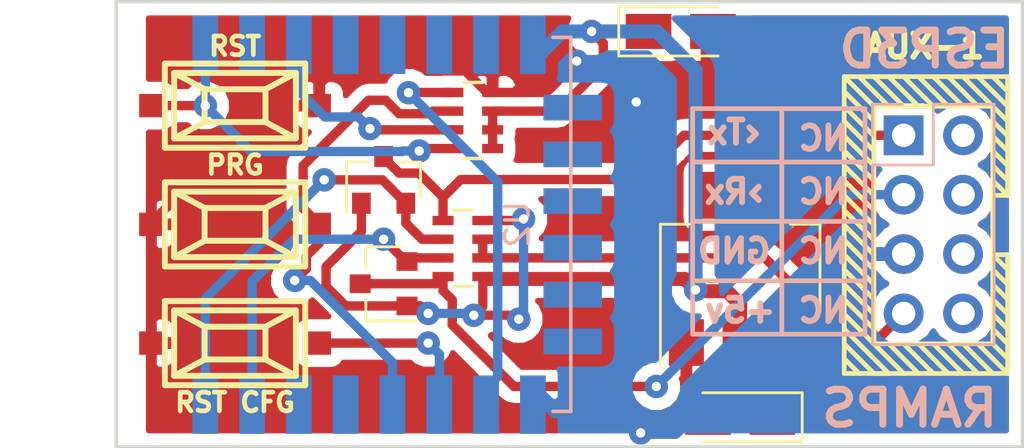
<source format=kicad_pcb>
(kicad_pcb (version 4) (host pcbnew 4.0.7)

  (general
    (links 36)
    (no_connects 0)
    (area 190.424999 109.144999 229.310001 128.345001)
    (thickness 1.6)
    (drawings 92)
    (tracks 184)
    (zones 0)
    (modules 12)
    (nets 13)
  )

  (page A4)
  (layers
    (0 F.Cu signal)
    (31 B.Cu signal)
    (32 B.Adhes user)
    (33 F.Adhes user)
    (34 B.Paste user)
    (35 F.Paste user)
    (36 B.SilkS user)
    (37 F.SilkS user)
    (38 B.Mask user)
    (39 F.Mask user)
    (40 Dwgs.User user)
    (41 Cmts.User user)
    (42 Eco1.User user)
    (43 Eco2.User user)
    (44 Edge.Cuts user)
    (45 Margin user)
    (46 B.CrtYd user)
    (47 F.CrtYd user)
    (48 B.Fab user)
    (49 F.Fab user hide)
  )

  (setup
    (last_trace_width 0.6)
    (user_trace_width 0.4)
    (user_trace_width 1.2)
    (user_trace_width 1.6)
    (trace_clearance 0.2)
    (zone_clearance 0.508)
    (zone_45_only no)
    (trace_min 0.1524)
    (segment_width 0.2)
    (edge_width 0.15)
    (via_size 1)
    (via_drill 0.4)
    (via_min_size 0.6858)
    (via_min_drill 0.3302)
    (user_via 1.2 0.6)
    (user_via 1.5 0.7)
    (uvia_size 0.6985)
    (uvia_drill 0.3556)
    (uvias_allowed no)
    (uvia_min_size 0.6858)
    (uvia_min_drill 0.3302)
    (pcb_text_width 0.3)
    (pcb_text_size 1.5 1.5)
    (mod_edge_width 0.15)
    (mod_text_size 1 1)
    (mod_text_width 0.15)
    (pad_size 2 3.8)
    (pad_drill 0)
    (pad_to_mask_clearance 0.2)
    (aux_axis_origin 0 0)
    (visible_elements FFFFEF7F)
    (pcbplotparams
      (layerselection 0x011fc_80000001)
      (usegerberextensions true)
      (excludeedgelayer true)
      (linewidth 0.100000)
      (plotframeref false)
      (viasonmask false)
      (mode 1)
      (useauxorigin false)
      (hpglpennumber 1)
      (hpglpenspeed 20)
      (hpglpendiameter 15)
      (hpglpenoverlay 2)
      (psnegative false)
      (psa4output false)
      (plotreference true)
      (plotvalue true)
      (plotinvisibletext false)
      (padsonsilk false)
      (subtractmaskfromsilk false)
      (outputformat 1)
      (mirror false)
      (drillshape 0)
      (scaleselection 1)
      (outputdirectory Gerbers/))
  )

  (net 0 "")
  (net 1 +5V)
  (net 2 GND)
  (net 3 +3V3)
  (net 4 /LL1)
  (net 5 /HL1)
  (net 6 /LL2)
  (net 7 /HL2)
  (net 8 "Net-(RN1-Pad8)")
  (net 9 "Net-(RN1-Pad7)")
  (net 10 "Net-(RN1-Pad6)")
  (net 11 "Net-(RN1-Pad5)")
  (net 12 "Net-(SW3-Pad1)")

  (net_class Default "This is the default net class."
    (clearance 0.2)
    (trace_width 0.6)
    (via_dia 1)
    (via_drill 0.4)
    (uvia_dia 0.6985)
    (uvia_drill 0.3556)
    (add_net +3V3)
    (add_net +5V)
    (add_net /HL1)
    (add_net /HL2)
    (add_net /LL1)
    (add_net /LL2)
    (add_net GND)
    (add_net "Net-(RN1-Pad5)")
    (add_net "Net-(RN1-Pad6)")
    (add_net "Net-(RN1-Pad7)")
    (add_net "Net-(RN1-Pad8)")
    (add_net "Net-(SW3-Pad1)")
  )

  (module Capacitors_Tantalum_SMD:CP_Tantalum_Case-A_EIA-3216-18_Reflow (layer F.Cu) (tedit 59E8EA11) (tstamp 59E61059)
    (at 217.17 127 180)
    (descr "Tantalum capacitor, Case A, EIA 3216-18, 3.2x1.6x1.6mm, Reflow soldering footprint")
    (tags "capacitor tantalum smd")
    (path /59E5F913)
    (attr smd)
    (fp_text reference C1 (at -3.81 0 180) (layer F.SilkS) hide
      (effects (font (size 1 1) (thickness 0.15)))
    )
    (fp_text value 10u (at 0 2.55 180) (layer F.Fab)
      (effects (font (size 1 1) (thickness 0.15)))
    )
    (fp_text user %R (at 0.024999 0 180) (layer F.Fab)
      (effects (font (size 0.7 0.7) (thickness 0.105)))
    )
    (fp_line (start -2.75 -1.2) (end -2.75 1.2) (layer F.CrtYd) (width 0.05))
    (fp_line (start -2.75 1.2) (end 2.75 1.2) (layer F.CrtYd) (width 0.05))
    (fp_line (start 2.75 1.2) (end 2.75 -1.2) (layer F.CrtYd) (width 0.05))
    (fp_line (start 2.75 -1.2) (end -2.75 -1.2) (layer F.CrtYd) (width 0.05))
    (fp_line (start -1.6 -0.8) (end -1.6 0.8) (layer F.Fab) (width 0.1))
    (fp_line (start -1.6 0.8) (end 1.6 0.8) (layer F.Fab) (width 0.1))
    (fp_line (start 1.6 0.8) (end 1.6 -0.8) (layer F.Fab) (width 0.1))
    (fp_line (start 1.6 -0.8) (end -1.6 -0.8) (layer F.Fab) (width 0.1))
    (fp_line (start -1.28 -0.8) (end -1.28 0.8) (layer F.Fab) (width 0.1))
    (fp_line (start -1.12 -0.8) (end -1.12 0.8) (layer F.Fab) (width 0.1))
    (fp_line (start -2.65 -1.05) (end 1.6 -1.05) (layer F.SilkS) (width 0.12))
    (fp_line (start -2.65 1.05) (end 1.6 1.05) (layer F.SilkS) (width 0.12))
    (fp_line (start -2.65 -1.05) (end -2.65 1.05) (layer F.SilkS) (width 0.12))
    (pad 1 smd rect (at -1.375 0 180) (size 1.95 1.5) (layers F.Cu F.Paste F.Mask)
      (net 1 +5V))
    (pad 2 smd rect (at 1.375 0 180) (size 1.95 1.5) (layers F.Cu F.Paste F.Mask)
      (net 2 GND))
    (model Capacitors_Tantalum_SMD.3dshapes/CP_Tantalum_Case-A_EIA-3216-18.wrl
      (at (xyz 0 0 0))
      (scale (xyz 1 1 1))
      (rotate (xyz 0 0 0))
    )
  )

  (module Capacitors_Tantalum_SMD:CP_Tantalum_Case-A_EIA-3216-18_Reflow (layer F.Cu) (tedit 59E8EA0D) (tstamp 59E6105F)
    (at 214.63 110.49)
    (descr "Tantalum capacitor, Case A, EIA 3216-18, 3.2x1.6x1.6mm, Reflow soldering footprint")
    (tags "capacitor tantalum smd")
    (path /59E5DC6E)
    (attr smd)
    (fp_text reference C2 (at 3.81 0) (layer F.SilkS) hide
      (effects (font (size 1 1) (thickness 0.15)))
    )
    (fp_text value 10u (at 0 2.55) (layer F.Fab)
      (effects (font (size 1 1) (thickness 0.15)))
    )
    (fp_text user %R (at 0 0) (layer F.Fab)
      (effects (font (size 0.7 0.7) (thickness 0.105)))
    )
    (fp_line (start -2.75 -1.2) (end -2.75 1.2) (layer F.CrtYd) (width 0.05))
    (fp_line (start -2.75 1.2) (end 2.75 1.2) (layer F.CrtYd) (width 0.05))
    (fp_line (start 2.75 1.2) (end 2.75 -1.2) (layer F.CrtYd) (width 0.05))
    (fp_line (start 2.75 -1.2) (end -2.75 -1.2) (layer F.CrtYd) (width 0.05))
    (fp_line (start -1.6 -0.8) (end -1.6 0.8) (layer F.Fab) (width 0.1))
    (fp_line (start -1.6 0.8) (end 1.6 0.8) (layer F.Fab) (width 0.1))
    (fp_line (start 1.6 0.8) (end 1.6 -0.8) (layer F.Fab) (width 0.1))
    (fp_line (start 1.6 -0.8) (end -1.6 -0.8) (layer F.Fab) (width 0.1))
    (fp_line (start -1.28 -0.8) (end -1.28 0.8) (layer F.Fab) (width 0.1))
    (fp_line (start -1.12 -0.8) (end -1.12 0.8) (layer F.Fab) (width 0.1))
    (fp_line (start -2.65 -1.05) (end 1.6 -1.05) (layer F.SilkS) (width 0.12))
    (fp_line (start -2.65 1.05) (end 1.6 1.05) (layer F.SilkS) (width 0.12))
    (fp_line (start -2.65 -1.05) (end -2.65 1.05) (layer F.SilkS) (width 0.12))
    (pad 1 smd rect (at -1.375 0) (size 1.95 1.5) (layers F.Cu F.Paste F.Mask)
      (net 3 +3V3))
    (pad 2 smd rect (at 1.375 0) (size 1.95 1.5) (layers F.Cu F.Paste F.Mask)
      (net 2 GND))
    (model Capacitors_Tantalum_SMD.3dshapes/CP_Tantalum_Case-A_EIA-3216-18.wrl
      (at (xyz 0 0 0))
      (scale (xyz 1 1 1))
      (rotate (xyz 0 0 0))
    )
  )

  (module TO_SOT_Packages_SMD:SOT-23 (layer F.Cu) (tedit 59E8EA24) (tstamp 59E61066)
    (at 201.93 116.84 90)
    (descr "SOT-23, Standard")
    (tags SOT-23)
    (path /59CE5BF2)
    (attr smd)
    (fp_text reference Q1 (at 3.81 -0.635 180) (layer F.SilkS) hide
      (effects (font (size 1 1) (thickness 0.15)))
    )
    (fp_text value BSS138 (at 0 2.5 90) (layer F.Fab)
      (effects (font (size 1 1) (thickness 0.15)))
    )
    (fp_line (start 0.76 1.58) (end 0.76 0.65) (layer F.SilkS) (width 0.12))
    (fp_line (start 0.76 -1.58) (end 0.76 -0.65) (layer F.SilkS) (width 0.12))
    (fp_line (start 0.7 -1.52) (end 0.7 1.52) (layer F.Fab) (width 0.15))
    (fp_line (start -0.7 1.52) (end 0.7 1.52) (layer F.Fab) (width 0.15))
    (fp_line (start -1.7 -1.75) (end 1.7 -1.75) (layer F.CrtYd) (width 0.05))
    (fp_line (start 1.7 -1.75) (end 1.7 1.75) (layer F.CrtYd) (width 0.05))
    (fp_line (start 1.7 1.75) (end -1.7 1.75) (layer F.CrtYd) (width 0.05))
    (fp_line (start -1.7 1.75) (end -1.7 -1.75) (layer F.CrtYd) (width 0.05))
    (fp_line (start 0.76 -1.58) (end -1.4 -1.58) (layer F.SilkS) (width 0.12))
    (fp_line (start -0.7 -1.52) (end 0.7 -1.52) (layer F.Fab) (width 0.15))
    (fp_line (start -0.7 -1.52) (end -0.7 1.52) (layer F.Fab) (width 0.15))
    (fp_line (start 0.76 1.58) (end -0.7 1.58) (layer F.SilkS) (width 0.12))
    (pad 1 smd rect (at -1 -0.95 90) (size 0.9 0.8) (layers F.Cu F.Paste F.Mask)
      (net 3 +3V3))
    (pad 2 smd rect (at -1 0.95 90) (size 0.9 0.8) (layers F.Cu F.Paste F.Mask)
      (net 4 /LL1))
    (pad 3 smd rect (at 1 0 90) (size 0.9 0.8) (layers F.Cu F.Paste F.Mask)
      (net 5 /HL1))
    (model TO_SOT_Packages_SMD.3dshapes/SOT-23.wrl
      (at (xyz 0 0 0))
      (scale (xyz 1 1 1))
      (rotate (xyz 0 0 0))
    )
  )

  (module TO_SOT_Packages_SMD:SOT-23 (layer F.Cu) (tedit 59E8EA20) (tstamp 59E6106D)
    (at 201.93 121.285 180)
    (descr "SOT-23, Standard")
    (tags SOT-23)
    (path /59CE5C59)
    (attr smd)
    (fp_text reference Q2 (at 0 -2.5 180) (layer F.SilkS) hide
      (effects (font (size 1 1) (thickness 0.15)))
    )
    (fp_text value BSS138 (at 0 2.5 180) (layer F.Fab)
      (effects (font (size 1 1) (thickness 0.15)))
    )
    (fp_line (start 0.76 1.58) (end 0.76 0.65) (layer F.SilkS) (width 0.12))
    (fp_line (start 0.76 -1.58) (end 0.76 -0.65) (layer F.SilkS) (width 0.12))
    (fp_line (start 0.7 -1.52) (end 0.7 1.52) (layer F.Fab) (width 0.15))
    (fp_line (start -0.7 1.52) (end 0.7 1.52) (layer F.Fab) (width 0.15))
    (fp_line (start -1.7 -1.75) (end 1.7 -1.75) (layer F.CrtYd) (width 0.05))
    (fp_line (start 1.7 -1.75) (end 1.7 1.75) (layer F.CrtYd) (width 0.05))
    (fp_line (start 1.7 1.75) (end -1.7 1.75) (layer F.CrtYd) (width 0.05))
    (fp_line (start -1.7 1.75) (end -1.7 -1.75) (layer F.CrtYd) (width 0.05))
    (fp_line (start 0.76 -1.58) (end -1.4 -1.58) (layer F.SilkS) (width 0.12))
    (fp_line (start -0.7 -1.52) (end 0.7 -1.52) (layer F.Fab) (width 0.15))
    (fp_line (start -0.7 -1.52) (end -0.7 1.52) (layer F.Fab) (width 0.15))
    (fp_line (start 0.76 1.58) (end -0.7 1.58) (layer F.SilkS) (width 0.12))
    (pad 1 smd rect (at -1 -0.95 180) (size 0.9 0.8) (layers F.Cu F.Paste F.Mask)
      (net 3 +3V3))
    (pad 2 smd rect (at -1 0.95 180) (size 0.9 0.8) (layers F.Cu F.Paste F.Mask)
      (net 6 /LL2))
    (pad 3 smd rect (at 1 0 180) (size 0.9 0.8) (layers F.Cu F.Paste F.Mask)
      (net 7 /HL2))
    (model TO_SOT_Packages_SMD.3dshapes/SOT-23.wrl
      (at (xyz 0 0 0))
      (scale (xyz 1 1 1))
      (rotate (xyz 0 0 0))
    )
  )

  (module Resistors_SMD:R_Array_Concave_4x0603 (layer F.Cu) (tedit 59E8EA05) (tstamp 59E61079)
    (at 205.74 114.3 180)
    (descr "Thick Film Chip Resistor Array, Wave soldering, Vishay CRA06P (see cra06p.pdf)")
    (tags "resistor array")
    (path /59E5E330)
    (attr smd)
    (fp_text reference RN1 (at -2.54 0 270) (layer F.SilkS) hide
      (effects (font (size 1 1) (thickness 0.15)))
    )
    (fp_text value 4x10k (at 0 2.6 180) (layer F.Fab)
      (effects (font (size 1 1) (thickness 0.15)))
    )
    (fp_line (start -1.55 -1.75) (end 1.55 -1.75) (layer F.CrtYd) (width 0.05))
    (fp_line (start -1.55 1.75) (end 1.55 1.75) (layer F.CrtYd) (width 0.05))
    (fp_line (start -1.55 -1.75) (end -1.55 1.75) (layer F.CrtYd) (width 0.05))
    (fp_line (start 1.55 -1.75) (end 1.55 1.75) (layer F.CrtYd) (width 0.05))
    (fp_line (start 0.4 1.625) (end -0.4 1.625) (layer F.SilkS) (width 0.15))
    (fp_line (start 0.4 -1.625) (end -0.4 -1.625) (layer F.SilkS) (width 0.15))
    (pad 2 smd rect (at -0.85 -0.4 180) (size 0.9 0.4) (layers F.Cu F.Paste F.Mask)
      (net 3 +3V3))
    (pad 3 smd rect (at -0.85 0.4 180) (size 0.9 0.4) (layers F.Cu F.Paste F.Mask)
      (net 3 +3V3))
    (pad 1 smd rect (at -0.85 -1.2 180) (size 0.9 0.4) (layers F.Cu F.Paste F.Mask)
      (net 3 +3V3))
    (pad 4 smd rect (at -0.85 1.2 180) (size 0.9 0.4) (layers F.Cu F.Paste F.Mask)
      (net 2 GND))
    (pad 8 smd rect (at 0.85 -1.2 180) (size 0.9 0.4) (layers F.Cu F.Paste F.Mask)
      (net 8 "Net-(RN1-Pad8)"))
    (pad 7 smd rect (at 0.85 -0.4 180) (size 0.9 0.4) (layers F.Cu F.Paste F.Mask)
      (net 9 "Net-(RN1-Pad7)"))
    (pad 6 smd rect (at 0.85 0.4 180) (size 0.9 0.4) (layers F.Cu F.Paste F.Mask)
      (net 10 "Net-(RN1-Pad6)"))
    (pad 5 smd rect (at 0.85 1.2 180) (size 0.9 0.4) (layers F.Cu F.Paste F.Mask)
      (net 11 "Net-(RN1-Pad5)"))
    (model Resistors_SMD.3dshapes/R_Array_Concave_4x0603.wrl
      (at (xyz 0 0 0))
      (scale (xyz 1 1 1))
      (rotate (xyz 0 0 0))
    )
  )

  (module Resistors_SMD:R_Array_Concave_4x0603 (layer F.Cu) (tedit 59E8EA0A) (tstamp 59E61085)
    (at 205.32 119.78)
    (descr "Thick Film Chip Resistor Array, Wave soldering, Vishay CRA06P (see cra06p.pdf)")
    (tags "resistor array")
    (path /59CE5CFB)
    (attr smd)
    (fp_text reference RN2 (at 2.96 0.87 90) (layer F.SilkS) hide
      (effects (font (size 1 1) (thickness 0.15)))
    )
    (fp_text value 4x10k (at 0 2.6) (layer F.Fab)
      (effects (font (size 1 1) (thickness 0.15)))
    )
    (fp_line (start -1.55 -1.75) (end 1.55 -1.75) (layer F.CrtYd) (width 0.05))
    (fp_line (start -1.55 1.75) (end 1.55 1.75) (layer F.CrtYd) (width 0.05))
    (fp_line (start -1.55 -1.75) (end -1.55 1.75) (layer F.CrtYd) (width 0.05))
    (fp_line (start 1.55 -1.75) (end 1.55 1.75) (layer F.CrtYd) (width 0.05))
    (fp_line (start 0.4 1.625) (end -0.4 1.625) (layer F.SilkS) (width 0.15))
    (fp_line (start 0.4 -1.625) (end -0.4 -1.625) (layer F.SilkS) (width 0.15))
    (pad 2 smd rect (at -0.85 -0.4) (size 0.9 0.4) (layers F.Cu F.Paste F.Mask)
      (net 4 /LL1))
    (pad 3 smd rect (at -0.85 0.4) (size 0.9 0.4) (layers F.Cu F.Paste F.Mask)
      (net 6 /LL2))
    (pad 1 smd rect (at -0.85 -1.2) (size 0.9 0.4) (layers F.Cu F.Paste F.Mask)
      (net 5 /HL1))
    (pad 4 smd rect (at -0.85 1.2) (size 0.9 0.4) (layers F.Cu F.Paste F.Mask)
      (net 7 /HL2))
    (pad 8 smd rect (at 0.85 -1.2) (size 0.9 0.4) (layers F.Cu F.Paste F.Mask)
      (net 3 +3V3))
    (pad 7 smd rect (at 0.85 -0.4) (size 0.9 0.4) (layers F.Cu F.Paste F.Mask)
      (net 1 +5V))
    (pad 6 smd rect (at 0.85 0.4) (size 0.9 0.4) (layers F.Cu F.Paste F.Mask)
      (net 1 +5V))
    (pad 5 smd rect (at 0.85 1.2) (size 0.9 0.4) (layers F.Cu F.Paste F.Mask)
      (net 3 +3V3))
    (model Resistors_SMD.3dshapes/R_Array_Concave_4x0603.wrl
      (at (xyz 0 0 0))
      (scale (xyz 1 1 1))
      (rotate (xyz 0 0 0))
    )
  )

  (module TO_SOT_Packages_SMD:SOT-223 (layer F.Cu) (tedit 59E8EA16) (tstamp 59E6109F)
    (at 217.17 120.65 90)
    (descr "module CMS SOT223 4 pins")
    (tags "CMS SOT")
    (path /59CE5988)
    (attr smd)
    (fp_text reference U1 (at 0 -4.5 90) (layer F.SilkS) hide
      (effects (font (size 1 1) (thickness 0.15)))
    )
    (fp_text value LM1117-3.3 (at 0 4.5 90) (layer F.Fab)
      (effects (font (size 1 1) (thickness 0.15)))
    )
    (fp_line (start 1.91 3.41) (end 1.91 2.15) (layer F.SilkS) (width 0.12))
    (fp_line (start 1.91 -3.41) (end 1.91 -2.15) (layer F.SilkS) (width 0.12))
    (fp_line (start 4.4 -3.6) (end -4.4 -3.6) (layer F.CrtYd) (width 0.05))
    (fp_line (start 4.4 3.6) (end 4.4 -3.6) (layer F.CrtYd) (width 0.05))
    (fp_line (start -4.4 3.6) (end 4.4 3.6) (layer F.CrtYd) (width 0.05))
    (fp_line (start -4.4 -3.6) (end -4.4 3.6) (layer F.CrtYd) (width 0.05))
    (fp_line (start -1.85 -3.35) (end -1.85 3.35) (layer F.Fab) (width 0.15))
    (fp_line (start -1.85 3.41) (end 1.91 3.41) (layer F.SilkS) (width 0.12))
    (fp_line (start -1.85 -3.35) (end 1.85 -3.35) (layer F.Fab) (width 0.15))
    (fp_line (start -4.1 -3.41) (end 1.91 -3.41) (layer F.SilkS) (width 0.12))
    (fp_line (start -1.85 3.35) (end 1.85 3.35) (layer F.Fab) (width 0.15))
    (fp_line (start 1.85 -3.35) (end 1.85 3.35) (layer F.Fab) (width 0.15))
    (pad "" smd rect (at 3.15 0 90) (size 2 3.8) (layers F.Cu F.Paste F.Mask))
    (pad 2 smd rect (at -3.15 0 90) (size 2 1.5) (layers F.Cu F.Paste F.Mask)
      (net 3 +3V3))
    (pad 3 smd rect (at -3.15 2.3 90) (size 2 1.5) (layers F.Cu F.Paste F.Mask)
      (net 1 +5V))
    (pad 1 smd rect (at -3.15 -2.3 90) (size 2 1.5) (layers F.Cu F.Paste F.Mask)
      (net 2 GND))
    (model TO_SOT_Packages_SMD.3dshapes/SOT-223.wrl
      (at (xyz 0 0 0))
      (scale (xyz 1 1 1))
      (rotate (xyz 0 0 0))
    )
  )

  (module ESP8266:ESP-12E_SMD (layer B.Cu) (tedit 58FB7FFE) (tstamp 59E610B9)
    (at 194.31 111.76 270)
    (descr "Module, ESP-8266, ESP-12, 16 pad, SMD")
    (tags "Module ESP-8266 ESP8266")
    (path /59CE58B4)
    (fp_text reference U2 (at 6.985 -13.335 270) (layer B.SilkS)
      (effects (font (size 1 1) (thickness 0.15)) (justify mirror))
    )
    (fp_text value ESP-12E (at 5.08 -6.35 540) (layer B.Fab) hide
      (effects (font (size 1 1) (thickness 0.15)) (justify mirror))
    )
    (fp_line (start -2.25 0.5) (end -2.25 8.75) (layer B.CrtYd) (width 0.05))
    (fp_line (start -2.25 8.75) (end 15.25 8.75) (layer B.CrtYd) (width 0.05))
    (fp_line (start 15.25 8.75) (end 16.25 8.75) (layer B.CrtYd) (width 0.05))
    (fp_line (start 16.25 8.75) (end 16.25 -16) (layer B.CrtYd) (width 0.05))
    (fp_line (start 16.25 -16) (end -2.25 -16) (layer B.CrtYd) (width 0.05))
    (fp_line (start -2.25 -16) (end -2.25 0.5) (layer B.CrtYd) (width 0.05))
    (fp_line (start -1.016 8.382) (end 14.986 8.382) (layer B.CrtYd) (width 0.1524))
    (fp_line (start 14.986 8.382) (end 14.986 0.889) (layer B.CrtYd) (width 0.1524))
    (fp_line (start -1.016 8.382) (end -1.016 1.016) (layer B.CrtYd) (width 0.1524))
    (fp_line (start -1.016 -14.859) (end -1.016 -15.621) (layer B.SilkS) (width 0.1524))
    (fp_line (start -1.016 -15.621) (end 14.986 -15.621) (layer B.SilkS) (width 0.1524))
    (fp_line (start 14.986 -15.621) (end 14.986 -14.859) (layer B.SilkS) (width 0.1524))
    (fp_line (start 14.992 8.4) (end -1.008 2.6) (layer B.CrtYd) (width 0.1524))
    (fp_line (start -1.008 8.4) (end 14.992 2.6) (layer B.CrtYd) (width 0.1524))
    (fp_text user "No Copper" (at 6.892 5.43 270) (layer B.CrtYd)
      (effects (font (size 1 1) (thickness 0.15)) (justify mirror))
    )
    (fp_line (start -1.008 2.6) (end 14.992 2.6) (layer B.CrtYd) (width 0.1524))
    (fp_line (start 15 8.4) (end 15 -15.6) (layer B.Fab) (width 0.05))
    (fp_line (start 14.992 -15.6) (end -1.008 -15.6) (layer B.Fab) (width 0.05))
    (fp_line (start -1.008 -15.6) (end -1.008 8.4) (layer B.Fab) (width 0.05))
    (fp_line (start -1.008 8.4) (end 14.992 8.4) (layer B.Fab) (width 0.05))
    (pad 1 smd rect (at 0 0 270) (size 2.5 1.1) (drill (offset -0.7 0)) (layers B.Cu B.Paste B.Mask)
      (net 8 "Net-(RN1-Pad8)"))
    (pad 2 smd rect (at 0 -2 270) (size 2.5 1.1) (drill (offset -0.7 0)) (layers B.Cu B.Paste B.Mask))
    (pad 3 smd rect (at 0 -4 270) (size 2.5 1.1) (drill (offset -0.7 0)) (layers B.Cu B.Paste B.Mask)
      (net 9 "Net-(RN1-Pad7)"))
    (pad 4 smd rect (at 0 -6 270) (size 2.5 1.1) (drill (offset -0.7 0)) (layers B.Cu B.Paste B.Mask))
    (pad 5 smd rect (at 0 -8 270) (size 2.5 1.1) (drill (offset -0.7 0)) (layers B.Cu B.Paste B.Mask))
    (pad 6 smd rect (at 0 -10 270) (size 2.5 1.1) (drill (offset -0.7 0)) (layers B.Cu B.Paste B.Mask))
    (pad 7 smd rect (at 0 -12 270) (size 2.5 1.1) (drill (offset -0.7 0)) (layers B.Cu B.Paste B.Mask))
    (pad 8 smd rect (at 0 -14 270) (size 2.5 1.1) (drill (offset -0.7 0)) (layers B.Cu B.Paste B.Mask)
      (net 3 +3V3))
    (pad 9 smd rect (at 14 -14 270) (size 2.5 1.1) (drill (offset 0.7 0)) (layers B.Cu B.Paste B.Mask)
      (net 2 GND))
    (pad 10 smd rect (at 14 -12 270) (size 2.5 1.1) (drill (offset 0.7 0)) (layers B.Cu B.Paste B.Mask)
      (net 11 "Net-(RN1-Pad5)"))
    (pad 11 smd rect (at 14 -10 270) (size 2.5 1.1) (drill (offset 0.7 0)) (layers B.Cu B.Paste B.Mask)
      (net 12 "Net-(SW3-Pad1)"))
    (pad 12 smd rect (at 14 -8 270) (size 2.5 1.1) (drill (offset 0.7 0)) (layers B.Cu B.Paste B.Mask)
      (net 10 "Net-(RN1-Pad6)"))
    (pad 13 smd rect (at 14 -6 270) (size 2.5 1.1) (drill (offset 0.7 0)) (layers B.Cu B.Paste B.Mask))
    (pad 14 smd rect (at 14 -4 270) (size 2.5 1.1) (drill (offset 0.7 0)) (layers B.Cu B.Paste B.Mask))
    (pad 15 smd rect (at 14 -2 270) (size 2.5 1.1) (drill (offset 0.7 0)) (layers B.Cu B.Paste B.Mask)
      (net 6 /LL2))
    (pad 16 smd rect (at 14 0 270) (size 2.5 1.1) (drill (offset 0.7 0)) (layers B.Cu B.Paste B.Mask)
      (net 4 /LL1))
    (pad 17 smd rect (at 1.99 -15 180) (size 2.5 1.1) (drill (offset -0.7 0)) (layers B.Cu B.Paste B.Mask))
    (pad 18 smd rect (at 3.99 -15 180) (size 2.5 1.1) (drill (offset -0.7 0)) (layers B.Cu B.Paste B.Mask))
    (pad 19 smd rect (at 5.99 -15 180) (size 2.5 1.1) (drill (offset -0.7 0)) (layers B.Cu B.Paste B.Mask))
    (pad 20 smd rect (at 7.99 -15 180) (size 2.5 1.1) (drill (offset -0.7 0)) (layers B.Cu B.Paste B.Mask))
    (pad 21 smd rect (at 9.99 -15 180) (size 2.5 1.1) (drill (offset -0.7 0)) (layers B.Cu B.Paste B.Mask))
    (pad 22 smd rect (at 11.99 -15 180) (size 2.5 1.1) (drill (offset -0.7 0)) (layers B.Cu B.Paste B.Mask))
    (model "../../../../../Users/paulo/MEOCloud/kicad/ESP3D-shield/kicad/ESP3D SHIELD/LIB/kicad-ESP8266/ESP8266.3dshapes/ESP-12-E-better.wrl"
      (at (xyz 0 0 0))
      (scale (xyz 1 1 1))
      (rotate (xyz 0 0 0))
    )
  )

  (module Socket_Strips:Socket_Strip_Straight_2x04_Pitch2.54mm (layer B.Cu) (tedit 59E8EAA1) (tstamp 59E8982E)
    (at 224.155 114.935 180)
    (descr "Through hole straight socket strip, 2x04, 2.54mm pitch, double rows")
    (tags "Through hole socket strip THT 2x04 2.54mm double row")
    (path /59CE59F3)
    (fp_text reference AUX1 (at -1.27 3.175 180) (layer B.SilkS) hide
      (effects (font (size 1 1) (thickness 0.15)) (justify mirror))
    )
    (fp_text value Conn_02x04_Odd_Even (at -1.27 -9.95 180) (layer B.Fab) hide
      (effects (font (size 1 1) (thickness 0.15)) (justify mirror))
    )
    (fp_line (start -3.81 1.27) (end -3.81 -8.89) (layer B.Fab) (width 0.1))
    (fp_line (start -3.81 -8.89) (end 1.27 -8.89) (layer B.Fab) (width 0.1))
    (fp_line (start 1.27 -8.89) (end 1.27 1.27) (layer B.Fab) (width 0.1))
    (fp_line (start 1.27 1.27) (end -3.81 1.27) (layer B.Fab) (width 0.1))
    (fp_line (start 1.33 -1.27) (end 1.33 -8.95) (layer B.SilkS) (width 0.12))
    (fp_line (start 1.33 -8.95) (end -3.87 -8.95) (layer B.SilkS) (width 0.12))
    (fp_line (start -3.87 -8.95) (end -3.87 1.33) (layer B.SilkS) (width 0.12))
    (fp_line (start -3.87 1.33) (end -1.27 1.33) (layer B.SilkS) (width 0.12))
    (fp_line (start -1.27 1.33) (end -1.27 -1.27) (layer B.SilkS) (width 0.12))
    (fp_line (start -1.27 -1.27) (end 1.33 -1.27) (layer B.SilkS) (width 0.12))
    (fp_line (start 1.33 0) (end 1.33 1.33) (layer B.SilkS) (width 0.12))
    (fp_line (start 1.33 1.33) (end 0.06 1.33) (layer B.SilkS) (width 0.12))
    (fp_line (start -4.35 1.8) (end -4.35 -9.4) (layer B.CrtYd) (width 0.05))
    (fp_line (start -4.35 -9.4) (end 1.8 -9.4) (layer B.CrtYd) (width 0.05))
    (fp_line (start 1.8 -9.4) (end 1.8 1.8) (layer B.CrtYd) (width 0.05))
    (fp_line (start 1.8 1.8) (end -4.35 1.8) (layer B.CrtYd) (width 0.05))
    (fp_text user %R (at -1.27 2.33 180) (layer B.Fab) hide
      (effects (font (size 1 1) (thickness 0.15)) (justify mirror))
    )
    (pad 1 thru_hole rect (at 0 0 180) (size 1.7 1.7) (drill 1) (layers *.Cu *.Mask)
      (net 5 /HL1))
    (pad 2 thru_hole oval (at -2.54 0 180) (size 1.7 1.7) (drill 1) (layers *.Cu *.Mask))
    (pad 3 thru_hole oval (at 0 -2.54 180) (size 1.7 1.7) (drill 1) (layers *.Cu *.Mask)
      (net 7 /HL2))
    (pad 4 thru_hole oval (at -2.54 -2.54 180) (size 1.7 1.7) (drill 1) (layers *.Cu *.Mask))
    (pad 5 thru_hole oval (at 0 -5.08 180) (size 1.7 1.7) (drill 1) (layers *.Cu *.Mask)
      (net 2 GND))
    (pad 6 thru_hole oval (at -2.54 -5.08 180) (size 1.7 1.7) (drill 1) (layers *.Cu *.Mask))
    (pad 7 thru_hole oval (at 0 -7.62 180) (size 1.7 1.7) (drill 1) (layers *.Cu *.Mask)
      (net 1 +5V))
    (pad 8 thru_hole oval (at -2.54 -7.62 180) (size 1.7 1.7) (drill 1) (layers *.Cu *.Mask))
    (model ${KISYS3DMOD}/Socket_Strips.3dshapes/Socket_Strip_Straight_2x04_Pitch2.54mm.wrl
      (at (xyz -0.05 -0.15 0))
      (scale (xyz 1 1 1))
      (rotate (xyz 0 0 270))
    )
  )

  (module w_switch:smd_push (layer F.Cu) (tedit 59E8E1BA) (tstamp 59E89839)
    (at 195.58 113.665 180)
    (descr "SMD Pushbutton")
    (path /59E5EC49)
    (autoplace_cost180 10)
    (fp_text reference SW1 (at 0 -2.70002 180) (layer F.SilkS) hide
      (effects (font (size 1.143 1.27) (thickness 0.1524)))
    )
    (fp_text value RESET (at 0 2.79908 180) (layer F.SilkS) hide
      (effects (font (size 1.143 1.27) (thickness 0.1524)))
    )
    (fp_line (start 1.30048 -0.70104) (end 2.60096 -1.39954) (layer F.SilkS) (width 0.254))
    (fp_line (start 1.30048 0.70104) (end 2.60096 1.39954) (layer F.SilkS) (width 0.254))
    (fp_line (start -1.30048 0.70104) (end -2.60096 1.39954) (layer F.SilkS) (width 0.254))
    (fp_line (start -2.60096 -1.39954) (end -1.30048 -0.70104) (layer F.SilkS) (width 0.254))
    (fp_line (start -2.60096 -1.39954) (end 2.60096 -1.39954) (layer F.SilkS) (width 0.254))
    (fp_line (start 2.60096 -1.39954) (end 2.60096 1.39954) (layer F.SilkS) (width 0.254))
    (fp_line (start 2.60096 1.39954) (end -2.60096 1.39954) (layer F.SilkS) (width 0.254))
    (fp_line (start -2.60096 1.39954) (end -2.60096 -1.39954) (layer F.SilkS) (width 0.254))
    (fp_line (start -1.30048 -0.70104) (end 1.30048 -0.70104) (layer F.SilkS) (width 0.254))
    (fp_line (start 1.30048 -0.70104) (end 1.30048 0.70104) (layer F.SilkS) (width 0.254))
    (fp_line (start 1.30048 0.70104) (end -1.30048 0.70104) (layer F.SilkS) (width 0.254))
    (fp_line (start -1.30048 0.70104) (end -1.30048 -0.70104) (layer F.SilkS) (width 0.254))
    (fp_line (start -2.99974 -1.80086) (end 2.99974 -1.80086) (layer F.SilkS) (width 0.254))
    (fp_line (start 2.99974 -1.80086) (end 2.99974 1.80086) (layer F.SilkS) (width 0.254))
    (fp_line (start 2.99974 1.80086) (end -2.99974 1.80086) (layer F.SilkS) (width 0.254))
    (fp_line (start -2.99974 1.80086) (end -2.99974 -1.80086) (layer F.SilkS) (width 0.254))
    (pad 1 smd rect (at -3.59918 0 180) (size 1.00076 1.00076) (layers F.Cu F.Paste F.Mask)
      (net 2 GND))
    (pad 2 smd rect (at 3.59918 0 180) (size 1.00076 1.00076) (layers F.Cu F.Paste F.Mask)
      (net 8 "Net-(RN1-Pad8)"))
    (model "../../../../../../../Users/paulo/MEOCloud/kicad/ESP3D-shield/kicad/ESP3D SHIELD/LIB/w_switch3dmodels/smd_push.wrl"
      (at (xyz 0 0 0))
      (scale (xyz 1 1 1))
      (rotate (xyz 0 0 0))
    )
  )

  (module w_switch:smd_push (layer F.Cu) (tedit 59E8E1CB) (tstamp 59E8983E)
    (at 195.58 118.745 180)
    (descr "SMD Pushbutton")
    (path /59E5ED86)
    (autoplace_cost180 10)
    (fp_text reference SW2 (at 0 -2.70002 180) (layer F.SilkS) hide
      (effects (font (size 1.143 1.27) (thickness 0.1524)))
    )
    (fp_text value PROGRAM (at 0 2.79908 180) (layer F.SilkS) hide
      (effects (font (size 1.143 1.27) (thickness 0.1524)))
    )
    (fp_line (start 1.30048 -0.70104) (end 2.60096 -1.39954) (layer F.SilkS) (width 0.254))
    (fp_line (start 1.30048 0.70104) (end 2.60096 1.39954) (layer F.SilkS) (width 0.254))
    (fp_line (start -1.30048 0.70104) (end -2.60096 1.39954) (layer F.SilkS) (width 0.254))
    (fp_line (start -2.60096 -1.39954) (end -1.30048 -0.70104) (layer F.SilkS) (width 0.254))
    (fp_line (start -2.60096 -1.39954) (end 2.60096 -1.39954) (layer F.SilkS) (width 0.254))
    (fp_line (start 2.60096 -1.39954) (end 2.60096 1.39954) (layer F.SilkS) (width 0.254))
    (fp_line (start 2.60096 1.39954) (end -2.60096 1.39954) (layer F.SilkS) (width 0.254))
    (fp_line (start -2.60096 1.39954) (end -2.60096 -1.39954) (layer F.SilkS) (width 0.254))
    (fp_line (start -1.30048 -0.70104) (end 1.30048 -0.70104) (layer F.SilkS) (width 0.254))
    (fp_line (start 1.30048 -0.70104) (end 1.30048 0.70104) (layer F.SilkS) (width 0.254))
    (fp_line (start 1.30048 0.70104) (end -1.30048 0.70104) (layer F.SilkS) (width 0.254))
    (fp_line (start -1.30048 0.70104) (end -1.30048 -0.70104) (layer F.SilkS) (width 0.254))
    (fp_line (start -2.99974 -1.80086) (end 2.99974 -1.80086) (layer F.SilkS) (width 0.254))
    (fp_line (start 2.99974 -1.80086) (end 2.99974 1.80086) (layer F.SilkS) (width 0.254))
    (fp_line (start 2.99974 1.80086) (end -2.99974 1.80086) (layer F.SilkS) (width 0.254))
    (fp_line (start -2.99974 1.80086) (end -2.99974 -1.80086) (layer F.SilkS) (width 0.254))
    (pad 1 smd rect (at -3.59918 0 180) (size 1.00076 1.00076) (layers F.Cu F.Paste F.Mask)
      (net 10 "Net-(RN1-Pad6)"))
    (pad 2 smd rect (at 3.59918 0 180) (size 1.00076 1.00076) (layers F.Cu F.Paste F.Mask)
      (net 2 GND))
    (model "../../../../../../../Users/paulo/MEOCloud/kicad/ESP3D-shield/kicad/ESP3D SHIELD/LIB/w_switch3dmodels/smd_push.wrl"
      (at (xyz 0 0 0))
      (scale (xyz 1 1 1))
      (rotate (xyz 0 0 0))
    )
  )

  (module w_switch:smd_push (layer F.Cu) (tedit 59E8E1CE) (tstamp 59E89843)
    (at 195.58 123.825 180)
    (descr "SMD Pushbutton")
    (path /59E5F597)
    (autoplace_cost180 10)
    (fp_text reference SW3 (at 0 -2.70002 180) (layer F.SilkS) hide
      (effects (font (size 1.143 1.27) (thickness 0.1524)))
    )
    (fp_text value RESET_CONFIG (at 0 2.79908 180) (layer F.SilkS) hide
      (effects (font (size 1.143 1.27) (thickness 0.1524)))
    )
    (fp_line (start 1.30048 -0.70104) (end 2.60096 -1.39954) (layer F.SilkS) (width 0.254))
    (fp_line (start 1.30048 0.70104) (end 2.60096 1.39954) (layer F.SilkS) (width 0.254))
    (fp_line (start -1.30048 0.70104) (end -2.60096 1.39954) (layer F.SilkS) (width 0.254))
    (fp_line (start -2.60096 -1.39954) (end -1.30048 -0.70104) (layer F.SilkS) (width 0.254))
    (fp_line (start -2.60096 -1.39954) (end 2.60096 -1.39954) (layer F.SilkS) (width 0.254))
    (fp_line (start 2.60096 -1.39954) (end 2.60096 1.39954) (layer F.SilkS) (width 0.254))
    (fp_line (start 2.60096 1.39954) (end -2.60096 1.39954) (layer F.SilkS) (width 0.254))
    (fp_line (start -2.60096 1.39954) (end -2.60096 -1.39954) (layer F.SilkS) (width 0.254))
    (fp_line (start -1.30048 -0.70104) (end 1.30048 -0.70104) (layer F.SilkS) (width 0.254))
    (fp_line (start 1.30048 -0.70104) (end 1.30048 0.70104) (layer F.SilkS) (width 0.254))
    (fp_line (start 1.30048 0.70104) (end -1.30048 0.70104) (layer F.SilkS) (width 0.254))
    (fp_line (start -1.30048 0.70104) (end -1.30048 -0.70104) (layer F.SilkS) (width 0.254))
    (fp_line (start -2.99974 -1.80086) (end 2.99974 -1.80086) (layer F.SilkS) (width 0.254))
    (fp_line (start 2.99974 -1.80086) (end 2.99974 1.80086) (layer F.SilkS) (width 0.254))
    (fp_line (start 2.99974 1.80086) (end -2.99974 1.80086) (layer F.SilkS) (width 0.254))
    (fp_line (start -2.99974 1.80086) (end -2.99974 -1.80086) (layer F.SilkS) (width 0.254))
    (pad 1 smd rect (at -3.59918 0 180) (size 1.00076 1.00076) (layers F.Cu F.Paste F.Mask)
      (net 12 "Net-(SW3-Pad1)"))
    (pad 2 smd rect (at 3.59918 0 180) (size 1.00076 1.00076) (layers F.Cu F.Paste F.Mask)
      (net 2 GND))
    (model "../../../../../../../Users/paulo/MEOCloud/kicad/ESP3D-shield/kicad/ESP3D SHIELD/LIB/w_switch3dmodels/smd_push.wrl"
      (at (xyz 0 0 0))
      (scale (xyz 1 1 1))
      (rotate (xyz 0 0 0))
    )
  )

  (gr_text NC (at 220.726 122.428) (layer B.SilkS) (tstamp 59E91278)
    (effects (font (size 1 1) (thickness 0.25)) (justify mirror))
  )
  (gr_text NC (at 220.726 119.888) (layer B.SilkS) (tstamp 59E91276)
    (effects (font (size 1 1) (thickness 0.25)) (justify mirror))
  )
  (gr_text NC (at 220.726 117.348) (layer B.SilkS) (tstamp 59E91274)
    (effects (font (size 1 1) (thickness 0.25)) (justify mirror))
  )
  (gr_text NC (at 220.726 115.062) (layer B.SilkS)
    (effects (font (size 1 1) (thickness 0.25)) (justify mirror))
  )
  (gr_line (start 215.138 121.158) (end 222.504 121.158) (layer B.SilkS) (width 0.2))
  (gr_line (start 215.138 118.618) (end 222.504 118.618) (layer B.SilkS) (width 0.2))
  (gr_line (start 215.138 116.078) (end 222.504 116.078) (layer B.SilkS) (width 0.2))
  (gr_line (start 222.504 123.444) (end 218.948 123.444) (layer B.SilkS) (width 0.2))
  (gr_line (start 222.504 113.792) (end 222.504 123.444) (layer B.SilkS) (width 0.2))
  (gr_line (start 218.948 113.792) (end 222.504 113.792) (layer B.SilkS) (width 0.2))
  (gr_line (start 218.948 113.792) (end 215.138 113.792) (layer B.SilkS) (width 0.2))
  (gr_line (start 218.948 123.444) (end 218.948 113.792) (layer B.SilkS) (width 0.2))
  (gr_line (start 215.138 123.444) (end 218.948 123.444) (layer B.SilkS) (width 0.2))
  (gr_line (start 215.138 113.792) (end 215.138 123.444) (layer B.SilkS) (width 0.2))
  (gr_text +5v (at 217.17 122.428) (layer B.SilkS)
    (effects (font (size 1 1) (thickness 0.25)) (justify mirror))
  )
  (gr_text GND (at 216.916 119.888) (layer B.SilkS)
    (effects (font (size 1 1) (thickness 0.25)) (justify mirror))
  )
  (gr_text ›Rx (at 216.916 117.348) (layer B.SilkS) (tstamp 59E91155)
    (effects (font (size 1 1) (thickness 0.25)) (justify mirror))
  )
  (gr_text ‹Tx (at 216.916 114.808) (layer B.SilkS)
    (effects (font (size 1 1) (thickness 0.25)) (justify mirror))
  )
  (gr_text AUX-1 (at 225.044 111.125) (layer F.SilkS)
    (effects (font (size 1 1) (thickness 0.25)))
  )
  (gr_text RAMPS (at 224.409 126.619) (layer B.SilkS)
    (effects (font (size 1.5 1.5) (thickness 0.3)) (justify mirror))
  )
  (gr_line (start 222.885 113.693864) (end 227.965 113.693864) (layer F.SilkS) (width 0.2))
  (gr_line (start 222.885 123.853864) (end 222.885 113.693864) (layer F.SilkS) (width 0.2))
  (gr_line (start 227.965 123.853864) (end 222.885 123.853864) (layer F.SilkS) (width 0.2))
  (gr_line (start 227.965 113.693864) (end 227.965 123.853864) (layer F.SilkS) (width 0.2))
  (gr_line (start 227.965 116.868864) (end 228.6 117.503864) (layer F.SilkS) (width 0.2))
  (gr_line (start 227.965 116.233864) (end 228.6 116.868864) (layer F.SilkS) (width 0.2))
  (gr_line (start 227.965 115.598864) (end 228.6 116.233864) (layer F.SilkS) (width 0.2))
  (gr_line (start 227.965 114.963864) (end 228.6 115.598864) (layer F.SilkS) (width 0.2))
  (gr_line (start 227.965 114.328864) (end 228.6 114.963864) (layer F.SilkS) (width 0.2))
  (gr_line (start 227.965 113.693864) (end 228.6 114.328864) (layer F.SilkS) (width 0.2))
  (gr_line (start 227.965 112.423864) (end 228.6 113.058864) (layer F.SilkS) (width 0.2))
  (gr_line (start 227.33 112.423864) (end 228.6 113.693864) (layer F.SilkS) (width 0.2))
  (gr_line (start 226.695 112.423864) (end 227.965 113.693864) (layer F.SilkS) (width 0.2))
  (gr_line (start 226.06 112.423864) (end 227.33 113.693864) (layer F.SilkS) (width 0.2))
  (gr_line (start 225.425 112.423864) (end 226.695 113.693864) (layer F.SilkS) (width 0.2))
  (gr_line (start 224.79 112.423864) (end 226.06 113.693864) (layer F.SilkS) (width 0.2))
  (gr_line (start 224.155 112.423864) (end 225.425 113.693864) (layer F.SilkS) (width 0.2))
  (gr_line (start 223.52 112.423864) (end 224.79 113.693864) (layer F.SilkS) (width 0.2))
  (gr_line (start 222.885 112.423864) (end 224.155 113.693864) (layer F.SilkS) (width 0.2))
  (gr_line (start 222.25 112.423864) (end 223.52 113.693864) (layer F.SilkS) (width 0.2))
  (gr_line (start 221.615 112.423864) (end 222.885 113.693864) (layer F.SilkS) (width 0.2))
  (gr_line (start 221.615 113.058864) (end 222.885 114.328864) (layer F.SilkS) (width 0.2))
  (gr_line (start 221.615 113.693864) (end 222.885 114.963864) (layer F.SilkS) (width 0.2))
  (gr_line (start 221.615 114.328864) (end 222.885 115.598864) (layer F.SilkS) (width 0.2))
  (gr_line (start 221.615 114.963864) (end 222.885 116.233864) (layer F.SilkS) (width 0.2))
  (gr_line (start 221.615 115.598864) (end 222.885 116.868864) (layer F.SilkS) (width 0.2))
  (gr_line (start 221.615 116.233864) (end 222.885 117.503864) (layer F.SilkS) (width 0.2))
  (gr_line (start 221.615 116.868864) (end 222.885 118.138864) (layer F.SilkS) (width 0.2))
  (gr_line (start 221.615 117.503864) (end 222.885 118.773864) (layer F.SilkS) (width 0.2))
  (gr_line (start 221.615 118.138864) (end 222.885 119.408864) (layer F.SilkS) (width 0.2))
  (gr_line (start 222.885 120.043864) (end 221.615 118.773864) (layer F.SilkS) (width 0.2))
  (gr_line (start 222.885 120.678864) (end 221.615 119.408864) (layer F.SilkS) (width 0.2))
  (gr_line (start 222.885 121.313864) (end 221.615 120.043864) (layer F.SilkS) (width 0.2))
  (gr_line (start 222.885 121.948864) (end 221.615 120.678864) (layer F.SilkS) (width 0.2))
  (gr_line (start 222.885 122.583864) (end 221.615 121.313864) (layer F.SilkS) (width 0.2))
  (gr_line (start 222.885 123.218864) (end 221.615 121.948864) (layer F.SilkS) (width 0.2))
  (gr_line (start 221.615 122.583864) (end 222.885 123.853864) (layer F.SilkS) (width 0.2))
  (gr_line (start 221.615 124.488864) (end 222.25 125.123864) (layer F.SilkS) (width 0.2))
  (gr_line (start 222.885 125.123864) (end 221.615 123.853864) (layer F.SilkS) (width 0.2))
  (gr_line (start 223.52 125.123864) (end 222.885 125.123864) (layer F.SilkS) (width 0.2))
  (gr_line (start 221.615 123.218864) (end 223.52 125.123864) (layer F.SilkS) (width 0.2))
  (gr_line (start 222.885 123.853864) (end 224.155 125.123864) (layer F.SilkS) (width 0.2))
  (gr_line (start 223.52 123.853864) (end 224.79 125.123864) (layer F.SilkS) (width 0.2))
  (gr_line (start 224.155 123.853864) (end 225.425 125.123864) (layer F.SilkS) (width 0.2))
  (gr_line (start 224.79 123.853864) (end 226.06 125.123864) (layer F.SilkS) (width 0.2))
  (gr_line (start 225.425 123.853864) (end 226.695 125.123864) (layer F.SilkS) (width 0.2))
  (gr_line (start 226.06 123.853864) (end 227.33 125.123864) (layer F.SilkS) (width 0.2))
  (gr_line (start 226.695 123.853864) (end 227.965 125.123864) (layer F.SilkS) (width 0.2))
  (gr_line (start 227.33 123.853864) (end 228.6 125.123864) (layer F.SilkS) (width 0.2))
  (gr_line (start 227.965 123.853864) (end 228.6 124.488864) (layer F.SilkS) (width 0.2))
  (gr_line (start 227.965 123.218864) (end 228.6 123.853864) (layer F.SilkS) (width 0.2))
  (gr_line (start 227.965 122.583864) (end 228.6 123.218864) (layer F.SilkS) (width 0.2))
  (gr_line (start 227.965 121.948864) (end 228.6 122.583864) (layer F.SilkS) (width 0.2))
  (gr_line (start 227.965 121.313864) (end 228.6 121.948864) (layer F.SilkS) (width 0.2))
  (gr_line (start 227.965 120.678864) (end 228.6 121.313864) (layer F.SilkS) (width 0.2))
  (gr_line (start 227.965 120.043864) (end 228.6 120.678864) (layer F.SilkS) (width 0.2))
  (gr_line (start 227.965 117.503864) (end 227.965 120.043864) (layer F.SilkS) (width 0.2))
  (gr_line (start 228.6 117.503864) (end 227.965 117.503864) (layer F.SilkS) (width 0.2))
  (gr_line (start 228.6 112.423864) (end 228.6 117.503864) (layer F.SilkS) (width 0.2))
  (gr_line (start 221.615 112.423864) (end 228.6 112.423864) (layer F.SilkS) (width 0.2))
  (gr_line (start 221.615 125.123864) (end 221.615 112.423864) (layer F.SilkS) (width 0.2))
  (gr_line (start 228.6 125.123864) (end 221.615 125.123864) (layer F.SilkS) (width 0.2))
  (gr_line (start 228.6 120.043864) (end 228.6 125.123864) (layer F.SilkS) (width 0.2))
  (gr_line (start 227.965 120.043864) (end 228.6 120.043864) (layer F.SilkS) (width 0.2))
  (gr_text ESP3D (at 225.044 111.252) (layer B.SilkS)
    (effects (font (size 1.5 1.5) (thickness 0.3)) (justify mirror))
  )
  (gr_text "RST CFG" (at 195.58 126.365) (layer F.SilkS) (tstamp 59E8E992)
    (effects (font (size 0.8 0.8) (thickness 0.2)))
  )
  (gr_text PRG (at 195.58 116.205) (layer F.SilkS) (tstamp 59E8E8E3)
    (effects (font (size 0.8 0.8) (thickness 0.2)))
  )
  (gr_text RST (at 195.58 111.125) (layer F.SilkS)
    (effects (font (size 0.8 0.8) (thickness 0.2)))
  )
  (gr_line (start 229.235 109.22) (end 229.235 128.27) (layer Edge.Cuts) (width 0.15))
  (gr_line (start 190.5 128.27) (end 190.5 109.22) (layer Edge.Cuts) (width 0.15))
  (gr_line (start 229.235 128.27) (end 190.5 128.27) (layer Edge.Cuts) (width 0.15))
  (gr_line (start 190.5 109.22) (end 229.235 109.22) (layer Edge.Cuts) (width 0.15))

  (segment (start 206.17 120.18) (end 206.17075 120.17925) (width 0.4) (layer F.Cu) (net 1))
  (segment (start 206.17075 120.17925) (end 218.221425 120.17925) (width 0.4) (layer F.Cu) (net 1))
  (segment (start 218.221425 120.17925) (end 219.47 121.427825) (width 0.4) (layer F.Cu) (net 1))
  (segment (start 219.47 121.427825) (end 219.47 123.8) (width 0.4) (layer F.Cu) (net 1))
  (segment (start 206.17 119.38) (end 206.17 120.18) (width 0.4) (layer F.Cu) (net 1))
  (segment (start 218.545 127) (end 219.501749 126.043251) (width 0.4) (layer F.Cu) (net 1))
  (segment (start 219.501749 126.043251) (end 219.501749 123.831749) (width 0.4) (layer F.Cu) (net 1))
  (segment (start 219.501749 123.831749) (end 219.47 123.8) (width 0.4) (layer F.Cu) (net 1))
  (segment (start 219.47 123.8) (end 222.91 123.8) (width 0.4) (layer F.Cu) (net 1))
  (segment (start 222.91 123.8) (end 224.155 122.555) (width 0.4) (layer F.Cu) (net 1))
  (segment (start 211.697242 126.365) (end 212.181061 125.881181) (width 0.6) (layer B.Cu) (net 2))
  (segment (start 212.181061 114.054994) (end 212.226375 114.00968) (width 0.6) (layer B.Cu) (net 2))
  (segment (start 212.226375 114.00968) (end 212.726374 113.509681) (width 0.6) (layer B.Cu) (net 2))
  (segment (start 212.181061 125.881181) (end 212.181061 114.054994) (width 0.6) (layer B.Cu) (net 2))
  (segment (start 212.226375 113.009682) (end 212.726374 113.509681) (width 0.4) (layer B.Cu) (net 2))
  (segment (start 210.976693 111.76) (end 212.226375 113.009682) (width 0.4) (layer B.Cu) (net 2))
  (segment (start 210.185 111.76) (end 210.976693 111.76) (width 0.4) (layer B.Cu) (net 2))
  (segment (start 212.725 113.511055) (end 212.726374 113.509681) (width 0.4) (layer F.Cu) (net 2))
  (segment (start 212.725 113.545) (end 212.725 113.511055) (width 0.4) (layer F.Cu) (net 2))
  (via (at 212.726374 113.509681) (size 1) (drill 0.4) (layers F.Cu B.Cu) (net 2))
  (segment (start 215.78 110.49) (end 215.78 112.322693) (width 0.6) (layer F.Cu) (net 2))
  (segment (start 215.78 112.322693) (end 214.593012 113.509681) (width 0.6) (layer F.Cu) (net 2))
  (segment (start 214.593012 113.509681) (end 212.760319 113.509681) (width 0.6) (layer F.Cu) (net 2))
  (segment (start 212.760319 113.509681) (end 212.725 113.545) (width 0.6) (layer F.Cu) (net 2))
  (segment (start 208.31 125.76) (end 209.293951 126.743951) (width 0.6) (layer B.Cu) (net 2))
  (segment (start 209.293951 126.743951) (end 211.318291 126.743951) (width 0.6) (layer B.Cu) (net 2))
  (segment (start 211.318291 126.743951) (end 211.697242 126.365) (width 0.6) (layer B.Cu) (net 2))
  (segment (start 215.795 127) (end 215.778394 127.016606) (width 0.6) (layer F.Cu) (net 2))
  (segment (start 215.778394 127.016606) (end 213.565311 127.016606) (width 0.6) (layer F.Cu) (net 2))
  (segment (start 213.565311 127.016606) (end 213.415132 127.166785) (width 0.6) (layer F.Cu) (net 2))
  (segment (start 213.415132 127.166785) (end 212.915133 127.666784) (width 0.6) (layer F.Cu) (net 2))
  (segment (start 224.155 120.015) (end 221.993114 120.015) (width 0.6) (layer B.Cu) (net 2))
  (segment (start 212.95708 127.624837) (end 212.915133 127.666784) (width 0.6) (layer B.Cu) (net 2))
  (segment (start 214.383277 127.624837) (end 212.95708 127.624837) (width 0.6) (layer B.Cu) (net 2))
  (segment (start 221.993114 120.015) (end 214.383277 127.624837) (width 0.6) (layer B.Cu) (net 2))
  (segment (start 211.697242 126.365) (end 212.94197 127.609728) (width 0.6) (layer B.Cu) (net 2))
  (segment (start 212.94197 127.609728) (end 212.94197 127.624368) (width 0.6) (layer B.Cu) (net 2))
  (segment (start 212.851589 127.60324) (end 212.915133 127.666784) (width 0.4) (layer B.Cu) (net 2))
  (segment (start 212.851589 127.504839) (end 212.851589 127.60324) (width 0.4) (layer B.Cu) (net 2))
  (via (at 212.915133 127.666784) (size 1) (drill 0.4) (layers F.Cu B.Cu) (net 2))
  (segment (start 206.59 113.1) (end 206.34 113.1) (width 0.4) (layer F.Cu) (net 2))
  (segment (start 206.34 113.1) (end 204.547465 111.307465) (width 0.4) (layer F.Cu) (net 2))
  (segment (start 204.547465 111.307465) (end 200.636335 111.307465) (width 0.4) (layer F.Cu) (net 2))
  (segment (start 200.636335 111.307465) (end 199.17918 112.76462) (width 0.4) (layer F.Cu) (net 2))
  (segment (start 199.17918 112.76462) (end 199.17918 113.665) (width 0.4) (layer F.Cu) (net 2))
  (segment (start 191.98082 118.745) (end 191.98082 118.692906) (width 0.4) (layer F.Cu) (net 2))
  (segment (start 191.98082 118.692906) (end 197.008726 113.665) (width 0.4) (layer F.Cu) (net 2))
  (segment (start 197.008726 113.665) (end 199.17918 113.665) (width 0.4) (layer F.Cu) (net 2))
  (segment (start 191.98082 123.825) (end 191.98082 122.92462) (width 0.4) (layer F.Cu) (net 2))
  (segment (start 191.98082 122.92462) (end 191.98082 118.745) (width 0.4) (layer F.Cu) (net 2))
  (segment (start 206.59 113.1) (end 208.845 113.1) (width 0.4) (layer F.Cu) (net 2))
  (segment (start 208.845 113.1) (end 210.185 111.76) (width 0.4) (layer F.Cu) (net 2))
  (via (at 210.185 111.76) (size 1) (drill 0.4) (layers F.Cu B.Cu) (net 2))
  (segment (start 216.005 110.49) (end 215.78 110.49) (width 0.4) (layer F.Cu) (net 2))
  (segment (start 215.795 127) (end 214.885968 126.090968) (width 0.4) (layer F.Cu) (net 2))
  (segment (start 214.885968 126.090968) (end 214.885968 123.815968) (width 0.4) (layer F.Cu) (net 2))
  (segment (start 214.885968 123.815968) (end 214.87 123.8) (width 0.4) (layer F.Cu) (net 2))
  (via (at 207.707012 122.800935) (size 1) (drill 0.4) (layers F.Cu B.Cu) (net 3))
  (segment (start 207.91001 122.597937) (end 207.707012 122.800935) (width 0.4) (layer B.Cu) (net 3))
  (segment (start 207.91001 118.511988) (end 207.91001 122.597937) (width 0.4) (layer B.Cu) (net 3))
  (segment (start 207.539225 122.633148) (end 207.707012 122.800935) (width 0.4) (layer F.Cu) (net 3))
  (segment (start 205.784149 122.633148) (end 207.539225 122.633148) (width 0.4) (layer F.Cu) (net 3))
  (segment (start 205.706001 122.555) (end 205.784149 122.633148) (width 0.4) (layer B.Cu) (net 3))
  (segment (start 203.835 122.555) (end 205.706001 122.555) (width 0.4) (layer B.Cu) (net 3))
  (segment (start 206.17 120.98) (end 206.17 122.247297) (width 0.4) (layer F.Cu) (net 3))
  (segment (start 206.17 122.247297) (end 205.784149 122.633148) (width 0.4) (layer F.Cu) (net 3))
  (via (at 205.784149 122.633148) (size 1) (drill 0.4) (layers F.Cu B.Cu) (net 3))
  (segment (start 206.17 120.98) (end 206.647818 120.98) (width 0.4) (layer F.Cu) (net 3))
  (segment (start 206.17 118.58) (end 207.841998 118.58) (width 0.4) (layer F.Cu) (net 3))
  (segment (start 207.841998 118.58) (end 207.91001 118.511988) (width 0.4) (layer F.Cu) (net 3))
  (via (at 207.91001 118.511988) (size 1) (drill 0.4) (layers F.Cu B.Cu) (net 3))
  (segment (start 206.27111 121.08111) (end 214.802747 121.08111) (width 0.6) (layer F.Cu) (net 3))
  (segment (start 214.802747 121.08111) (end 215.264163 121.542526) (width 0.6) (layer F.Cu) (net 3))
  (segment (start 217.17 123.55) (end 217.17 122.16898) (width 0.6) (layer F.Cu) (net 3))
  (segment (start 215.327084 121.605447) (end 215.264163 121.542526) (width 0.6) (layer F.Cu) (net 3))
  (segment (start 216.606467 121.605447) (end 215.327084 121.605447) (width 0.6) (layer F.Cu) (net 3))
  (segment (start 217.17 122.16898) (end 216.606467 121.605447) (width 0.6) (layer F.Cu) (net 3))
  (segment (start 210.82 110.49) (end 213.607759 110.49) (width 0.6) (layer B.Cu) (net 3))
  (via (at 215.264163 121.542526) (size 1) (drill 0.4) (layers F.Cu B.Cu) (net 3))
  (segment (start 215.264163 120.83542) (end 215.264163 121.542526) (width 0.6) (layer B.Cu) (net 3))
  (segment (start 215.264163 112.146404) (end 215.264163 120.83542) (width 0.6) (layer B.Cu) (net 3))
  (segment (start 213.607759 110.49) (end 215.264163 112.146404) (width 0.6) (layer B.Cu) (net 3))
  (segment (start 202.93 122.235) (end 200.309998 122.235) (width 0.4) (layer F.Cu) (net 3))
  (segment (start 200.309998 122.235) (end 199.471128 121.39613) (width 0.4) (layer F.Cu) (net 3))
  (segment (start 199.471128 121.39613) (end 199.471128 120.556772) (width 0.4) (layer F.Cu) (net 3))
  (segment (start 199.471128 120.556772) (end 200.98 119.0479) (width 0.4) (layer F.Cu) (net 3))
  (segment (start 200.98 119.0479) (end 200.98 117.84) (width 0.4) (layer F.Cu) (net 3))
  (segment (start 202.93 122.235) (end 203.515 122.235) (width 0.4) (layer F.Cu) (net 3))
  (segment (start 203.515 122.235) (end 203.835 122.555) (width 0.4) (layer F.Cu) (net 3))
  (via (at 203.835 122.555) (size 1) (drill 0.4) (layers F.Cu B.Cu) (net 3))
  (segment (start 211.319999 110.989999) (end 210.82 110.49) (width 0.4) (layer F.Cu) (net 3))
  (segment (start 211.319999 111.957005) (end 211.319999 110.989999) (width 0.4) (layer F.Cu) (net 3))
  (segment (start 209.377004 113.9) (end 211.319999 111.957005) (width 0.4) (layer F.Cu) (net 3))
  (segment (start 206.59 113.9) (end 209.377004 113.9) (width 0.4) (layer F.Cu) (net 3))
  (segment (start 206.59 114.7) (end 206.59 115.5) (width 0.4) (layer F.Cu) (net 3))
  (segment (start 206.59 113.9) (end 206.59 114.7) (width 0.4) (layer F.Cu) (net 3))
  (segment (start 217.17 123.8) (end 217.17 123.55) (width 0.4) (layer F.Cu) (net 3))
  (segment (start 210.82 110.49) (end 209.58 110.49) (width 0.6) (layer B.Cu) (net 3))
  (segment (start 209.58 110.49) (end 208.31 111.76) (width 0.6) (layer B.Cu) (net 3))
  (segment (start 213.255 110.49) (end 210.82 110.49) (width 0.6) (layer F.Cu) (net 3))
  (via (at 210.82 110.49) (size 1) (drill 0.4) (layers F.Cu B.Cu) (net 3))
  (segment (start 194.31 121.92) (end 194.31 125.76) (width 0.4) (layer B.Cu) (net 4))
  (segment (start 199.39 116.84) (end 194.31 121.92) (width 0.4) (layer B.Cu) (net 4))
  (segment (start 202.88 117.84) (end 201.88 116.84) (width 0.4) (layer F.Cu) (net 4))
  (segment (start 201.88 116.84) (end 199.39 116.84) (width 0.4) (layer F.Cu) (net 4))
  (via (at 199.39 116.84) (size 1) (drill 0.4) (layers F.Cu B.Cu) (net 4))
  (segment (start 204.47 119.38) (end 203.57 119.38) (width 0.4) (layer F.Cu) (net 4))
  (segment (start 203.57 119.38) (end 202.88 118.69) (width 0.4) (layer F.Cu) (net 4))
  (segment (start 202.88 118.69) (end 202.88 117.84) (width 0.4) (layer F.Cu) (net 4))
  (segment (start 204.47 117.58) (end 205.223732 116.826268) (width 0.4) (layer F.Cu) (net 5))
  (segment (start 205.223732 116.826268) (end 212.87041 116.826268) (width 0.4) (layer F.Cu) (net 5))
  (segment (start 214.761678 114.935) (end 222.905 114.935) (width 0.4) (layer F.Cu) (net 5))
  (segment (start 212.87041 116.826268) (end 214.761678 114.935) (width 0.4) (layer F.Cu) (net 5))
  (segment (start 222.905 114.935) (end 224.155 114.935) (width 0.4) (layer F.Cu) (net 5))
  (segment (start 204.47 117.58) (end 203.440836 116.550836) (width 0.4) (layer F.Cu) (net 5))
  (segment (start 203.440836 116.550836) (end 202.590836 116.550836) (width 0.4) (layer F.Cu) (net 5))
  (segment (start 201.93 115.89) (end 201.93 115.84) (width 0.4) (layer F.Cu) (net 5))
  (segment (start 202.590836 116.550836) (end 201.93 115.89) (width 0.4) (layer F.Cu) (net 5))
  (segment (start 204.47 118.58) (end 204.47 117.58) (width 0.4) (layer F.Cu) (net 5))
  (segment (start 201.93 119.38) (end 198.110109 119.38) (width 0.4) (layer B.Cu) (net 6))
  (segment (start 198.110109 119.38) (end 196.31 121.180109) (width 0.4) (layer B.Cu) (net 6))
  (segment (start 196.31 121.180109) (end 196.31 125.76) (width 0.4) (layer B.Cu) (net 6))
  (segment (start 202.93 120.335) (end 202.885 120.335) (width 0.4) (layer F.Cu) (net 6))
  (segment (start 202.885 120.335) (end 201.93 119.38) (width 0.4) (layer F.Cu) (net 6))
  (via (at 201.93 119.38) (size 1) (drill 0.4) (layers F.Cu B.Cu) (net 6))
  (segment (start 204.47 120.18) (end 203.085 120.18) (width 0.4) (layer F.Cu) (net 6))
  (segment (start 203.085 120.18) (end 202.93 120.335) (width 0.4) (layer F.Cu) (net 6))
  (segment (start 204.863172 121.973172) (end 204.863172 123.044177) (width 0.4) (layer F.Cu) (net 7))
  (segment (start 204.47 120.98) (end 204.47 121.58) (width 0.4) (layer F.Cu) (net 7))
  (segment (start 204.863172 123.044177) (end 207.49795 125.678955) (width 0.4) (layer F.Cu) (net 7))
  (segment (start 204.47 121.58) (end 204.863172 121.973172) (width 0.4) (layer F.Cu) (net 7))
  (segment (start 212.877329 125.678955) (end 213.584435 125.678955) (width 0.4) (layer F.Cu) (net 7))
  (segment (start 207.49795 125.678955) (end 212.877329 125.678955) (width 0.4) (layer F.Cu) (net 7))
  (segment (start 214.084434 125.178956) (end 213.584435 125.678955) (width 0.4) (layer B.Cu) (net 7))
  (via (at 213.584435 125.678955) (size 1) (drill 0.4) (layers F.Cu B.Cu) (net 7))
  (segment (start 221.78839 117.475) (end 214.084434 125.178956) (width 0.4) (layer B.Cu) (net 7))
  (segment (start 224.155 117.475) (end 221.78839 117.475) (width 0.4) (layer B.Cu) (net 7))
  (segment (start 204.47 120.98) (end 204.165 121.285) (width 0.4) (layer F.Cu) (net 7))
  (segment (start 204.165 121.285) (end 200.93 121.285) (width 0.4) (layer F.Cu) (net 7))
  (segment (start 204.89 115.5) (end 203.555264 115.5) (width 0.4) (layer F.Cu) (net 8))
  (segment (start 202.742978 115.60518) (end 203.450084 115.60518) (width 0.4) (layer B.Cu) (net 8))
  (segment (start 202.722014 115.626144) (end 202.742978 115.60518) (width 0.4) (layer B.Cu) (net 8))
  (segment (start 196.271144 115.626144) (end 202.722014 115.626144) (width 0.4) (layer B.Cu) (net 8))
  (segment (start 194.31 113.665) (end 196.271144 115.626144) (width 0.4) (layer B.Cu) (net 8))
  (via (at 203.450084 115.60518) (size 1) (drill 0.4) (layers F.Cu B.Cu) (net 8))
  (segment (start 203.555264 115.5) (end 203.450084 115.60518) (width 0.4) (layer F.Cu) (net 8))
  (segment (start 194.31 113.665) (end 194.31 111.76) (width 0.4) (layer B.Cu) (net 8))
  (segment (start 191.98082 113.665) (end 194.31 113.665) (width 0.4) (layer F.Cu) (net 8))
  (via (at 194.31 113.665) (size 1) (drill 0.4) (layers F.Cu B.Cu) (net 8))
  (segment (start 198.31 111.76) (end 198.31 113.040678) (width 0.4) (layer B.Cu) (net 9))
  (segment (start 198.31 113.040678) (end 199.41877 114.149448) (width 0.4) (layer B.Cu) (net 9))
  (segment (start 199.41877 114.149448) (end 200.844969 114.149448) (width 0.4) (layer B.Cu) (net 9))
  (segment (start 200.844969 114.149448) (end 201.344968 114.649447) (width 0.4) (layer B.Cu) (net 9))
  (segment (start 201.395521 114.7) (end 201.344968 114.649447) (width 0.4) (layer F.Cu) (net 9))
  (segment (start 204.89 114.7) (end 201.395521 114.7) (width 0.4) (layer F.Cu) (net 9))
  (via (at 201.344968 114.649447) (size 1) (drill 0.4) (layers F.Cu B.Cu) (net 9))
  (segment (start 202.31 125.76) (end 202.31 124.654054) (width 0.4) (layer B.Cu) (net 10))
  (segment (start 202.31 124.654054) (end 198.799976 121.14403) (width 0.4) (layer B.Cu) (net 10))
  (segment (start 198.799976 121.14403) (end 198.128825 121.14403) (width 0.4) (layer B.Cu) (net 10))
  (segment (start 201.286621 113.434987) (end 198.489998 116.23161) (width 0.4) (layer F.Cu) (net 10))
  (segment (start 202.01812 113.434987) (end 201.286621 113.434987) (width 0.4) (layer F.Cu) (net 10))
  (segment (start 198.489998 118.055818) (end 199.17918 118.745) (width 0.4) (layer F.Cu) (net 10))
  (segment (start 198.489998 116.23161) (end 198.489998 118.055818) (width 0.4) (layer F.Cu) (net 10))
  (segment (start 204.89 113.9) (end 204.04 113.9) (width 0.4) (layer F.Cu) (net 10))
  (segment (start 204.04 113.9) (end 203.928813 114.011187) (width 0.4) (layer F.Cu) (net 10))
  (segment (start 203.928813 114.011187) (end 202.59432 114.011187) (width 0.4) (layer F.Cu) (net 10))
  (segment (start 202.59432 114.011187) (end 202.01812 113.434987) (width 0.4) (layer F.Cu) (net 10))
  (segment (start 199.17918 118.745) (end 199.17918 119.548365) (width 0.4) (layer F.Cu) (net 10))
  (segment (start 199.17918 119.548365) (end 198.628824 120.098721) (width 0.4) (layer F.Cu) (net 10))
  (segment (start 198.628824 120.098721) (end 198.628824 120.644031) (width 0.4) (layer F.Cu) (net 10))
  (segment (start 198.628824 120.644031) (end 198.128825 121.14403) (width 0.4) (layer F.Cu) (net 10))
  (via (at 198.128825 121.14403) (size 1) (drill 0.4) (layers F.Cu B.Cu) (net 10))
  (segment (start 206.31 125.76) (end 206.807002 125.262998) (width 0.4) (layer B.Cu) (net 11))
  (segment (start 206.807002 125.262998) (end 206.807002 116.923513) (width 0.4) (layer B.Cu) (net 11))
  (segment (start 206.807002 116.923513) (end 203.494673 113.611184) (width 0.4) (layer B.Cu) (net 11))
  (segment (start 203.494673 113.611184) (end 202.994674 113.111185) (width 0.4) (layer B.Cu) (net 11))
  (via (at 202.994674 113.111185) (size 1) (drill 0.4) (layers F.Cu B.Cu) (net 11))
  (segment (start 204.89 113.1) (end 203.005859 113.1) (width 0.4) (layer F.Cu) (net 11))
  (segment (start 203.005859 113.1) (end 202.994674 113.111185) (width 0.4) (layer F.Cu) (net 11))
  (segment (start 203.835 123.825) (end 204.316003 124.306003) (width 0.4) (layer B.Cu) (net 12))
  (segment (start 204.316003 124.306003) (end 204.316003 125.753997) (width 0.4) (layer B.Cu) (net 12))
  (segment (start 204.316003 125.753997) (end 204.31 125.76) (width 0.4) (layer B.Cu) (net 12))
  (segment (start 199.17918 123.825) (end 203.835 123.825) (width 0.4) (layer F.Cu) (net 12))
  (via (at 203.835 123.825) (size 1) (drill 0.4) (layers F.Cu B.Cu) (net 12))

  (zone (net 2) (net_name GND) (layer F.Cu) (tstamp 0) (hatch edge 0.508)
    (connect_pads (clearance 0.508))
    (min_thickness 0.254)
    (fill yes (arc_segments 16) (thermal_gap 0.508) (thermal_bridge_width 0.508) (smoothing fillet))
    (polygon
      (pts
        (xy 191.77 109.22) (xy 229.235 109.22) (xy 229.235 128.27) (xy 191.77 128.27)
      )
    )
    (filled_polygon
      (pts
        (xy 228.525 127.56) (xy 220.16744 127.56) (xy 220.16744 126.521055) (xy 220.172184 126.513955) (xy 220.273188 126.362792)
        (xy 220.336749 126.043251) (xy 220.336749 125.425472) (xy 220.455317 125.403162) (xy 220.671441 125.26409) (xy 220.816431 125.05189)
        (xy 220.86744 124.8) (xy 220.86744 124.635) (xy 222.91 124.635) (xy 223.229541 124.571439) (xy 223.500434 124.390434)
        (xy 223.8965 123.994368) (xy 224.125907 124.04) (xy 224.184093 124.04) (xy 224.752378 123.926961) (xy 225.234147 123.605054)
        (xy 225.425 123.319422) (xy 225.615853 123.605054) (xy 226.097622 123.926961) (xy 226.665907 124.04) (xy 226.724093 124.04)
        (xy 227.292378 123.926961) (xy 227.774147 123.605054) (xy 228.096054 123.123285) (xy 228.209093 122.555) (xy 228.096054 121.986715)
        (xy 227.774147 121.504946) (xy 227.444974 121.285) (xy 227.774147 121.065054) (xy 228.096054 120.583285) (xy 228.209093 120.015)
        (xy 228.096054 119.446715) (xy 227.774147 118.964946) (xy 227.444974 118.745) (xy 227.774147 118.525054) (xy 228.096054 118.043285)
        (xy 228.209093 117.475) (xy 228.096054 116.906715) (xy 227.774147 116.424946) (xy 227.444974 116.205) (xy 227.774147 115.985054)
        (xy 228.096054 115.503285) (xy 228.209093 114.935) (xy 228.096054 114.366715) (xy 227.774147 113.884946) (xy 227.292378 113.563039)
        (xy 226.724093 113.45) (xy 226.665907 113.45) (xy 226.097622 113.563039) (xy 225.615853 113.884946) (xy 225.615029 113.886179)
        (xy 225.608162 113.849683) (xy 225.46909 113.633559) (xy 225.25689 113.488569) (xy 225.005 113.43756) (xy 223.305 113.43756)
        (xy 223.069683 113.481838) (xy 222.853559 113.62091) (xy 222.708569 113.83311) (xy 222.65756 114.085) (xy 222.65756 114.1)
        (xy 214.761678 114.1) (xy 214.442137 114.163561) (xy 214.227337 114.307086) (xy 214.171244 114.344566) (xy 212.524542 115.991268)
        (xy 207.609525 115.991268) (xy 207.636431 115.95189) (xy 207.68744 115.7) (xy 207.68744 115.3) (xy 207.648426 115.092658)
        (xy 207.68744 114.9) (xy 207.68744 114.735) (xy 209.377004 114.735) (xy 209.696545 114.671439) (xy 209.967438 114.490434)
        (xy 211.910433 112.547439) (xy 211.9639 112.46742) (xy 212.091438 112.276546) (xy 212.154999 111.957005) (xy 212.154999 111.862127)
        (xy 212.28 111.88744) (xy 214.23 111.88744) (xy 214.465317 111.843162) (xy 214.629493 111.737518) (xy 214.670302 111.778327)
        (xy 214.903691 111.875) (xy 215.71925 111.875) (xy 215.878 111.71625) (xy 215.878 110.617) (xy 216.132 110.617)
        (xy 216.132 111.71625) (xy 216.29075 111.875) (xy 217.106309 111.875) (xy 217.339698 111.778327) (xy 217.518327 111.599699)
        (xy 217.615 111.36631) (xy 217.615 110.77575) (xy 217.45625 110.617) (xy 216.132 110.617) (xy 215.878 110.617)
        (xy 215.858 110.617) (xy 215.858 110.363) (xy 215.878 110.363) (xy 215.878 110.343) (xy 216.132 110.343)
        (xy 216.132 110.363) (xy 217.45625 110.363) (xy 217.615 110.20425) (xy 217.615 109.93) (xy 228.525 109.93)
      )
    )
    (filled_polygon
      (pts
        (xy 209.685197 110.263244) (xy 209.684803 110.714775) (xy 209.857233 111.132086) (xy 210.176235 111.451645) (xy 210.484999 111.579856)
        (xy 210.484999 111.611137) (xy 209.031136 113.065) (xy 207.675 113.065) (xy 207.675 112.972998) (xy 207.543252 112.972998)
        (xy 207.675 112.84125) (xy 207.675 112.77369) (xy 207.578327 112.540301) (xy 207.399698 112.361673) (xy 207.166309 112.265)
        (xy 206.87575 112.265) (xy 206.717 112.42375) (xy 206.717 113) (xy 206.737 113) (xy 206.737 113.05256)
        (xy 206.443 113.05256) (xy 206.443 113) (xy 206.463 113) (xy 206.463 112.42375) (xy 206.30425 112.265)
        (xy 206.013691 112.265) (xy 205.780302 112.361673) (xy 205.73834 112.403634) (xy 205.59189 112.303569) (xy 205.34 112.25256)
        (xy 204.44 112.25256) (xy 204.373887 112.265) (xy 203.753698 112.265) (xy 203.638439 112.14954) (xy 203.22143 111.976382)
        (xy 202.769899 111.975988) (xy 202.352588 112.148418) (xy 202.033029 112.46742) (xy 201.977982 112.599987) (xy 201.286621 112.599987)
        (xy 200.96708 112.663548) (xy 200.717967 112.83) (xy 200.696187 112.844553) (xy 200.31456 113.22618) (xy 200.31456 113.03831)
        (xy 200.217887 112.804921) (xy 200.039258 112.626293) (xy 199.805869 112.52962) (xy 199.46493 112.52962) (xy 199.30618 112.68837)
        (xy 199.30618 113.538) (xy 199.32618 113.538) (xy 199.32618 113.792) (xy 199.30618 113.792) (xy 199.30618 113.812)
        (xy 199.05218 113.812) (xy 199.05218 113.792) (xy 198.20255 113.792) (xy 198.0438 113.95075) (xy 198.0438 114.29169)
        (xy 198.140473 114.525079) (xy 198.319102 114.703707) (xy 198.552491 114.80038) (xy 198.74036 114.80038) (xy 197.899564 115.641176)
        (xy 197.718559 115.912069) (xy 197.654998 116.23161) (xy 197.654998 118.055818) (xy 197.718559 118.375359) (xy 197.829832 118.54189)
        (xy 197.899564 118.646252) (xy 198.03136 118.778048) (xy 198.03136 119.24538) (xy 198.074109 119.472568) (xy 198.03839 119.508287)
        (xy 197.857385 119.77918) (xy 197.803434 120.050407) (xy 197.486739 120.181263) (xy 197.16718 120.500265) (xy 196.994022 120.917274)
        (xy 196.993628 121.368805) (xy 197.166058 121.786116) (xy 197.48506 122.105675) (xy 197.902069 122.278833) (xy 198.3536 122.279227)
        (xy 198.770911 122.106797) (xy 198.886019 121.991889) (xy 199.57131 122.67718) (xy 198.6788 122.67718) (xy 198.443483 122.721458)
        (xy 198.227359 122.86053) (xy 198.082369 123.07273) (xy 198.03136 123.32462) (xy 198.03136 124.32538) (xy 198.075638 124.560697)
        (xy 198.21471 124.776821) (xy 198.42691 124.921811) (xy 198.6788 124.97282) (xy 199.67956 124.97282) (xy 199.914877 124.928542)
        (xy 200.131001 124.78947) (xy 200.219464 124.66) (xy 203.064811 124.66) (xy 203.191235 124.786645) (xy 203.608244 124.959803)
        (xy 204.059775 124.960197) (xy 204.477086 124.787767) (xy 204.796645 124.468765) (xy 204.887673 124.249546) (xy 206.907516 126.269389)
        (xy 207.17841 126.450395) (xy 207.49795 126.513955) (xy 212.814246 126.513955) (xy 212.94067 126.6406) (xy 213.357679 126.813758)
        (xy 213.80921 126.814152) (xy 214.185 126.658878) (xy 214.185 126.71425) (xy 214.34375 126.873) (xy 215.668 126.873)
        (xy 215.668 125.77375) (xy 215.50925 125.615) (xy 214.719492 125.615) (xy 214.719632 125.45418) (xy 214.674441 125.344809)
        (xy 214.743 125.27625) (xy 214.743 123.927) (xy 213.64375 123.927) (xy 213.485 124.08575) (xy 213.485 124.543867)
        (xy 213.35966 124.543758) (xy 212.942349 124.716188) (xy 212.814359 124.843955) (xy 207.843818 124.843955) (xy 206.51108 123.511217)
        (xy 206.554225 123.468148) (xy 206.769328 123.468148) (xy 207.063247 123.76258) (xy 207.480256 123.935738) (xy 207.931787 123.936132)
        (xy 208.349098 123.763702) (xy 208.668657 123.4447) (xy 208.841815 123.027691) (xy 208.842209 122.57616) (xy 208.669779 122.158849)
        (xy 208.527289 122.01611) (xy 214.231772 122.01611) (xy 214.293292 122.165) (xy 213.99369 122.165) (xy 213.760301 122.261673)
        (xy 213.581673 122.440302) (xy 213.485 122.673691) (xy 213.485 123.51425) (xy 213.64375 123.673) (xy 214.743 123.673)
        (xy 214.743 123.653) (xy 214.997 123.653) (xy 214.997 123.673) (xy 215.017 123.673) (xy 215.017 123.927)
        (xy 214.997 123.927) (xy 214.997 125.27625) (xy 215.15575 125.435) (xy 215.74631 125.435) (xy 215.979699 125.338327)
        (xy 216.02166 125.296366) (xy 216.16811 125.396431) (xy 216.42 125.44744) (xy 217.92 125.44744) (xy 218.155317 125.403162)
        (xy 218.321477 125.296241) (xy 218.46811 125.396431) (xy 218.666749 125.436656) (xy 218.666749 125.60256) (xy 217.57 125.60256)
        (xy 217.334683 125.646838) (xy 217.170507 125.752482) (xy 217.129698 125.711673) (xy 216.896309 125.615) (xy 216.08075 125.615)
        (xy 215.922 125.77375) (xy 215.922 126.873) (xy 215.942 126.873) (xy 215.942 127.127) (xy 215.922 127.127)
        (xy 215.922 127.147) (xy 215.668 127.147) (xy 215.668 127.127) (xy 214.34375 127.127) (xy 214.185 127.28575)
        (xy 214.185 127.56) (xy 191.897 127.56) (xy 191.897 123.952) (xy 192.10782 123.952) (xy 192.10782 124.80163)
        (xy 192.26657 124.96038) (xy 192.607509 124.96038) (xy 192.840898 124.863707) (xy 193.019527 124.685079) (xy 193.1162 124.45169)
        (xy 193.1162 124.11075) (xy 192.95745 123.952) (xy 192.10782 123.952) (xy 191.897 123.952) (xy 191.897 122.84837)
        (xy 192.10782 122.84837) (xy 192.10782 123.698) (xy 192.95745 123.698) (xy 193.1162 123.53925) (xy 193.1162 123.19831)
        (xy 193.019527 122.964921) (xy 192.840898 122.786293) (xy 192.607509 122.68962) (xy 192.26657 122.68962) (xy 192.10782 122.84837)
        (xy 191.897 122.84837) (xy 191.897 118.872) (xy 192.10782 118.872) (xy 192.10782 119.72163) (xy 192.26657 119.88038)
        (xy 192.607509 119.88038) (xy 192.840898 119.783707) (xy 193.019527 119.605079) (xy 193.1162 119.37169) (xy 193.1162 119.03075)
        (xy 192.95745 118.872) (xy 192.10782 118.872) (xy 191.897 118.872) (xy 191.897 117.76837) (xy 192.10782 117.76837)
        (xy 192.10782 118.618) (xy 192.95745 118.618) (xy 193.1162 118.45925) (xy 193.1162 118.11831) (xy 193.019527 117.884921)
        (xy 192.840898 117.706293) (xy 192.607509 117.60962) (xy 192.26657 117.60962) (xy 192.10782 117.76837) (xy 191.897 117.76837)
        (xy 191.897 114.81282) (xy 192.4812 114.81282) (xy 192.716517 114.768542) (xy 192.932641 114.62947) (xy 193.021104 114.5)
        (xy 193.539811 114.5) (xy 193.666235 114.626645) (xy 194.083244 114.799803) (xy 194.534775 114.800197) (xy 194.952086 114.627767)
        (xy 195.271645 114.308765) (xy 195.444803 113.891756) (xy 195.445197 113.440225) (xy 195.279129 113.03831) (xy 198.0438 113.03831)
        (xy 198.0438 113.37925) (xy 198.20255 113.538) (xy 199.05218 113.538) (xy 199.05218 112.68837) (xy 198.89343 112.52962)
        (xy 198.552491 112.52962) (xy 198.319102 112.626293) (xy 198.140473 112.804921) (xy 198.0438 113.03831) (xy 195.279129 113.03831)
        (xy 195.272767 113.022914) (xy 194.953765 112.703355) (xy 194.536756 112.530197) (xy 194.085225 112.529803) (xy 193.667914 112.702233)
        (xy 193.539924 112.83) (xy 193.020462 112.83) (xy 192.94529 112.713179) (xy 192.73309 112.568189) (xy 192.4812 112.51718)
        (xy 191.897 112.51718) (xy 191.897 109.93) (xy 209.823573 109.93)
      )
    )
    (filled_polygon
      (pts
        (xy 222.65756 115.785) (xy 222.701838 116.020317) (xy 222.84091 116.236441) (xy 223.05311 116.381431) (xy 223.120541 116.395086)
        (xy 223.075853 116.424946) (xy 222.753946 116.906715) (xy 222.640907 117.475) (xy 222.753946 118.043285) (xy 223.075853 118.525054)
        (xy 223.416553 118.752702) (xy 223.273642 118.819817) (xy 222.883355 119.248076) (xy 222.713524 119.65811) (xy 222.834845 119.888)
        (xy 224.028 119.888) (xy 224.028 119.868) (xy 224.282 119.868) (xy 224.282 119.888) (xy 224.302 119.888)
        (xy 224.302 120.142) (xy 224.282 120.142) (xy 224.282 120.162) (xy 224.028 120.162) (xy 224.028 120.142)
        (xy 222.834845 120.142) (xy 222.713524 120.37189) (xy 222.883355 120.781924) (xy 223.273642 121.210183) (xy 223.416553 121.277298)
        (xy 223.075853 121.504946) (xy 222.753946 121.986715) (xy 222.640907 122.555) (xy 222.696193 122.832939) (xy 222.564132 122.965)
        (xy 220.86744 122.965) (xy 220.86744 122.8) (xy 220.823162 122.564683) (xy 220.68409 122.348559) (xy 220.47189 122.203569)
        (xy 220.305 122.169773) (xy 220.305 121.427825) (xy 220.299465 121.4) (xy 220.24144 121.108285) (xy 220.060434 120.837391)
        (xy 218.811859 119.588816) (xy 218.721678 119.528559) (xy 218.540966 119.407811) (xy 218.221425 119.34425) (xy 208.682829 119.34425)
        (xy 208.871655 119.155753) (xy 209.044813 118.738744) (xy 209.045207 118.287213) (xy 208.872777 117.869902) (xy 208.664507 117.661268)
        (xy 212.87041 117.661268) (xy 213.189951 117.597707) (xy 213.460844 117.416702) (xy 214.768776 116.10877) (xy 214.673569 116.24811)
        (xy 214.62256 116.5) (xy 214.62256 118.5) (xy 214.666838 118.735317) (xy 214.80591 118.951441) (xy 215.01811 119.096431)
        (xy 215.27 119.14744) (xy 219.07 119.14744) (xy 219.305317 119.103162) (xy 219.521441 118.96409) (xy 219.666431 118.75189)
        (xy 219.71744 118.5) (xy 219.71744 116.5) (xy 219.673162 116.264683) (xy 219.53409 116.048559) (xy 219.32189 115.903569)
        (xy 219.07 115.85256) (xy 215.27 115.85256) (xy 215.034683 115.896838) (xy 214.883288 115.994258) (xy 215.107546 115.77)
        (xy 222.65756 115.77)
      )
    )
  )
  (zone (net 2) (net_name GND) (layer B.Cu) (tstamp 0) (hatch edge 0.508)
    (connect_pads (clearance 0.508))
    (min_thickness 0.254)
    (fill yes (arc_segments 16) (thermal_gap 0.508) (thermal_bridge_width 0.508) (smoothing fillet))
    (polygon
      (pts
        (xy 191.77 109.22) (xy 229.235 109.22) (xy 229.235 128.27) (xy 191.77 128.27)
      )
    )
    (filled_polygon
      (pts
        (xy 228.525 127.56) (xy 209.495 127.56) (xy 209.495 126.74575) (xy 209.33625 126.587) (xy 208.437 126.587)
        (xy 208.437 126.607) (xy 208.183 126.607) (xy 208.183 126.587) (xy 208.163 126.587) (xy 208.163 126.333)
        (xy 208.183 126.333) (xy 208.183 126.313) (xy 208.437 126.313) (xy 208.437 126.333) (xy 209.33625 126.333)
        (xy 209.495 126.17425) (xy 209.495 125.083691) (xy 209.438563 124.94744) (xy 211.26 124.94744) (xy 211.495317 124.903162)
        (xy 211.711441 124.76409) (xy 211.856431 124.55189) (xy 211.90744 124.3) (xy 211.90744 123.2) (xy 211.863162 122.964683)
        (xy 211.72409 122.748559) (xy 211.722701 122.74761) (xy 211.856431 122.55189) (xy 211.90744 122.3) (xy 211.90744 121.2)
        (xy 211.863162 120.964683) (xy 211.72409 120.748559) (xy 211.722701 120.74761) (xy 211.856431 120.55189) (xy 211.90744 120.3)
        (xy 211.90744 119.2) (xy 211.863162 118.964683) (xy 211.72409 118.748559) (xy 211.722701 118.74761) (xy 211.856431 118.55189)
        (xy 211.90744 118.3) (xy 211.90744 117.2) (xy 211.863162 116.964683) (xy 211.72409 116.748559) (xy 211.722701 116.74761)
        (xy 211.856431 116.55189) (xy 211.90744 116.3) (xy 211.90744 115.2) (xy 211.863162 114.964683) (xy 211.72409 114.748559)
        (xy 211.722701 114.74761) (xy 211.856431 114.55189) (xy 211.90744 114.3) (xy 211.90744 113.2) (xy 211.863162 112.964683)
        (xy 211.72409 112.748559) (xy 211.51189 112.603569) (xy 211.26 112.55256) (xy 209.45832 112.55256) (xy 209.50744 112.31)
        (xy 209.50744 111.88485) (xy 209.96729 111.425) (xy 210.149636 111.425) (xy 210.176235 111.451645) (xy 210.593244 111.624803)
        (xy 211.044775 111.625197) (xy 211.462086 111.452767) (xy 211.489901 111.425) (xy 213.220469 111.425) (xy 214.329163 112.533694)
        (xy 214.329163 120.872162) (xy 214.302518 120.898761) (xy 214.12936 121.31577) (xy 214.128966 121.767301) (xy 214.301396 122.184612)
        (xy 214.620398 122.504171) (xy 215.037407 122.677329) (xy 215.404872 122.67765) (xy 213.538608 124.543914) (xy 213.35966 124.543758)
        (xy 212.942349 124.716188) (xy 212.62279 125.03519) (xy 212.449632 125.452199) (xy 212.449238 125.90373) (xy 212.621668 126.321041)
        (xy 212.94067 126.6406) (xy 213.357679 126.813758) (xy 213.80921 126.814152) (xy 214.226521 126.641722) (xy 214.54608 126.32272)
        (xy 214.719238 125.905711) (xy 214.719396 125.724862) (xy 222.134258 118.31) (xy 222.932159 118.31) (xy 223.075853 118.525054)
        (xy 223.416553 118.752702) (xy 223.273642 118.819817) (xy 222.883355 119.248076) (xy 222.713524 119.65811) (xy 222.834845 119.888)
        (xy 224.028 119.888) (xy 224.028 119.868) (xy 224.282 119.868) (xy 224.282 119.888) (xy 224.302 119.888)
        (xy 224.302 120.142) (xy 224.282 120.142) (xy 224.282 120.162) (xy 224.028 120.162) (xy 224.028 120.142)
        (xy 222.834845 120.142) (xy 222.713524 120.37189) (xy 222.883355 120.781924) (xy 223.273642 121.210183) (xy 223.416553 121.277298)
        (xy 223.075853 121.504946) (xy 222.753946 121.986715) (xy 222.640907 122.555) (xy 222.753946 123.123285) (xy 223.075853 123.605054)
        (xy 223.557622 123.926961) (xy 224.125907 124.04) (xy 224.184093 124.04) (xy 224.752378 123.926961) (xy 225.234147 123.605054)
        (xy 225.425 123.319422) (xy 225.615853 123.605054) (xy 226.097622 123.926961) (xy 226.665907 124.04) (xy 226.724093 124.04)
        (xy 227.292378 123.926961) (xy 227.774147 123.605054) (xy 228.096054 123.123285) (xy 228.209093 122.555) (xy 228.096054 121.986715)
        (xy 227.774147 121.504946) (xy 227.444974 121.285) (xy 227.774147 121.065054) (xy 228.096054 120.583285) (xy 228.209093 120.015)
        (xy 228.096054 119.446715) (xy 227.774147 118.964946) (xy 227.444974 118.745) (xy 227.774147 118.525054) (xy 228.096054 118.043285)
        (xy 228.209093 117.475) (xy 228.096054 116.906715) (xy 227.774147 116.424946) (xy 227.444974 116.205) (xy 227.774147 115.985054)
        (xy 228.096054 115.503285) (xy 228.209093 114.935) (xy 228.096054 114.366715) (xy 227.774147 113.884946) (xy 227.292378 113.563039)
        (xy 226.724093 113.45) (xy 226.665907 113.45) (xy 226.097622 113.563039) (xy 225.615853 113.884946) (xy 225.615029 113.886179)
        (xy 225.608162 113.849683) (xy 225.46909 113.633559) (xy 225.25689 113.488569) (xy 225.005 113.43756) (xy 223.305 113.43756)
        (xy 223.069683 113.481838) (xy 222.853559 113.62091) (xy 222.708569 113.83311) (xy 222.65756 114.085) (xy 222.65756 115.785)
        (xy 222.701838 116.020317) (xy 222.84091 116.236441) (xy 223.05311 116.381431) (xy 223.120541 116.395086) (xy 223.075853 116.424946)
        (xy 222.932159 116.64) (xy 221.78839 116.64) (xy 221.468849 116.703561) (xy 221.264654 116.84) (xy 221.197956 116.884566)
        (xy 216.399041 121.683481) (xy 216.39936 121.317751) (xy 216.22693 120.90044) (xy 216.199163 120.872625) (xy 216.199163 112.146404)
        (xy 216.12799 111.788595) (xy 215.925308 111.485259) (xy 214.370049 109.93) (xy 228.525 109.93)
      )
    )
  )
)

</source>
